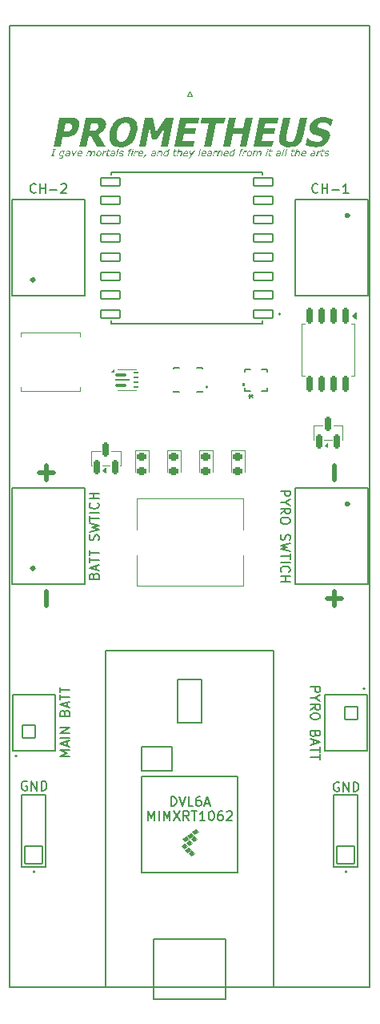
<source format=gto>
G04 #@! TF.GenerationSoftware,KiCad,Pcbnew,9.0.6*
G04 #@! TF.CreationDate,2025-12-24T12:42:27-06:00*
G04 #@! TF.ProjectId,TVC,5456432e-6b69-4636-9164-5f7063625858,rev?*
G04 #@! TF.SameCoordinates,Original*
G04 #@! TF.FileFunction,Legend,Top*
G04 #@! TF.FilePolarity,Positive*
%FSLAX46Y46*%
G04 Gerber Fmt 4.6, Leading zero omitted, Abs format (unit mm)*
G04 Created by KiCad (PCBNEW 9.0.6) date 2025-12-24 12:42:27*
%MOMM*%
%LPD*%
G01*
G04 APERTURE LIST*
G04 Aperture macros list*
%AMRoundRect*
0 Rectangle with rounded corners*
0 $1 Rounding radius*
0 $2 $3 $4 $5 $6 $7 $8 $9 X,Y pos of 4 corners*
0 Add a 4 corners polygon primitive as box body*
4,1,4,$2,$3,$4,$5,$6,$7,$8,$9,$2,$3,0*
0 Add four circle primitives for the rounded corners*
1,1,$1+$1,$2,$3*
1,1,$1+$1,$4,$5*
1,1,$1+$1,$6,$7*
1,1,$1+$1,$8,$9*
0 Add four rect primitives between the rounded corners*
20,1,$1+$1,$2,$3,$4,$5,0*
20,1,$1+$1,$4,$5,$6,$7,0*
20,1,$1+$1,$6,$7,$8,$9,0*
20,1,$1+$1,$8,$9,$2,$3,0*%
G04 Aperture macros list end*
%ADD10C,0.600000*%
%ADD11C,0.187500*%
%ADD12C,0.150000*%
%ADD13C,0.500000*%
%ADD14C,0.200000*%
%ADD15C,0.400000*%
%ADD16C,0.127000*%
%ADD17C,0.120000*%
%ADD18C,0.152400*%
%ADD19C,0.000000*%
%ADD20C,0.100000*%
%ADD21C,0.010000*%
%ADD22C,2.154000*%
%ADD23RoundRect,0.102000X1.000000X0.400000X-1.000000X0.400000X-1.000000X-0.400000X1.000000X-0.400000X0*%
%ADD24RoundRect,0.087500X-0.487500X-0.087500X0.487500X-0.087500X0.487500X0.087500X-0.487500X0.087500X0*%
%ADD25RoundRect,0.050000X-0.675000X-0.050000X0.675000X-0.050000X0.675000X0.050000X-0.675000X0.050000X0*%
%ADD26RoundRect,0.062500X-0.162500X-0.062500X0.162500X-0.062500X0.162500X0.062500X-0.162500X0.062500X0*%
%ADD27R,2.350000X5.100000*%
%ADD28R,0.254000X0.279400*%
%ADD29R,0.279400X0.254000*%
%ADD30R,2.200000X2.200000*%
%ADD31RoundRect,0.150000X0.150000X-0.587500X0.150000X0.587500X-0.150000X0.587500X-0.150000X-0.587500X0*%
%ADD32RoundRect,0.162500X-0.162500X0.650000X-0.162500X-0.650000X0.162500X-0.650000X0.162500X0.650000X0*%
%ADD33C,7.000000*%
%ADD34RoundRect,0.102000X-0.654000X0.654000X-0.654000X-0.654000X0.654000X-0.654000X0.654000X0.654000X0*%
%ADD35C,1.512000*%
%ADD36R,2.290000X5.080000*%
%ADD37R,2.420000X5.080000*%
%ADD38RoundRect,0.218750X-0.256250X0.218750X-0.256250X-0.218750X0.256250X-0.218750X0.256250X0.218750X0*%
%ADD39C,1.600000*%
%ADD40RoundRect,0.102000X0.937500X-0.937500X0.937500X0.937500X-0.937500X0.937500X-0.937500X-0.937500X0*%
%ADD41C,2.079000*%
%ADD42RoundRect,0.102000X0.654000X-0.654000X0.654000X0.654000X-0.654000X0.654000X-0.654000X-0.654000X0*%
G04 #@! TA.AperFunction,Profile*
%ADD43C,0.200000*%
G04 #@! TD*
G04 APERTURE END LIST*
D10*
G36*
X135152260Y-59932005D02*
G01*
X135340243Y-59967026D01*
X135507816Y-60030014D01*
X135648355Y-60119433D01*
X135733813Y-60203619D01*
X135799222Y-60304753D01*
X135845276Y-60425714D01*
X135867685Y-60554144D01*
X135868088Y-60704422D01*
X135842712Y-60881105D01*
X135783136Y-61088757D01*
X135692319Y-61286670D01*
X135573381Y-61465160D01*
X135434948Y-61608154D01*
X135237112Y-61755433D01*
X135128488Y-61817687D01*
X135011614Y-61870105D01*
X134888921Y-61911809D01*
X134756808Y-61943927D01*
X134618543Y-61963582D01*
X134461702Y-61970489D01*
X134068776Y-61970489D01*
X133861597Y-62967000D01*
X133111832Y-62967000D01*
X133438394Y-61396030D01*
X134188211Y-61396030D01*
X134240234Y-61396030D01*
X134441368Y-61394015D01*
X134608430Y-61379909D01*
X134743985Y-61340342D01*
X134861039Y-61274580D01*
X134942997Y-61195621D01*
X134996593Y-61118692D01*
X135034669Y-61029642D01*
X135069134Y-60900155D01*
X135078449Y-60777898D01*
X135054662Y-60680520D01*
X135003397Y-60601371D01*
X134936693Y-60553941D01*
X134838888Y-60516942D01*
X134744168Y-60500452D01*
X134482035Y-60493308D01*
X134375789Y-60493308D01*
X134188211Y-61396030D01*
X133438394Y-61396030D01*
X133745459Y-59918849D01*
X134904086Y-59918849D01*
X135152260Y-59932005D01*
G37*
G36*
X137943873Y-59927499D02*
G01*
X138130473Y-59950722D01*
X138299042Y-60000192D01*
X138443715Y-60082980D01*
X138527839Y-60159340D01*
X138593926Y-60247388D01*
X138643200Y-60348594D01*
X138670197Y-60457509D01*
X138674905Y-60591691D01*
X138652359Y-60757640D01*
X138586969Y-60983882D01*
X138495643Y-61171699D01*
X138379601Y-61326970D01*
X138238147Y-61461647D01*
X138077111Y-61577321D01*
X137894535Y-61674466D01*
X138630011Y-62967000D01*
X137716115Y-62967000D01*
X137115828Y-61853252D01*
X136847099Y-61853252D01*
X136615557Y-62967000D01*
X135869823Y-62967000D01*
X136218318Y-61290517D01*
X136964153Y-61290517D01*
X137178659Y-61290517D01*
X137329598Y-61285360D01*
X137448120Y-61271466D01*
X137555970Y-61241117D01*
X137650536Y-61189583D01*
X137726783Y-61127029D01*
X137785725Y-61054578D01*
X137829415Y-60968016D01*
X137863760Y-60848681D01*
X137874727Y-60739938D01*
X137861012Y-60654142D01*
X137820012Y-60583120D01*
X137743959Y-60527929D01*
X137676734Y-60503699D01*
X137595582Y-60489644D01*
X137382907Y-60481584D01*
X137132314Y-60481584D01*
X136964153Y-61290517D01*
X136218318Y-61290517D01*
X136503450Y-59918849D01*
X137704209Y-59918849D01*
X137943873Y-59927499D01*
G37*
G36*
X141107014Y-59879873D02*
G01*
X141333187Y-59934809D01*
X141521339Y-60021016D01*
X141677796Y-60137303D01*
X141806756Y-60285396D01*
X141902612Y-60455339D01*
X141967725Y-60651029D01*
X142000569Y-60877677D01*
X141997235Y-61141584D01*
X141951653Y-61449885D01*
X141873585Y-61744487D01*
X141770906Y-62004586D01*
X141644841Y-62234060D01*
X141495685Y-62436133D01*
X141322788Y-62613275D01*
X141125014Y-62765830D01*
X140913659Y-62883465D01*
X140686660Y-62967955D01*
X140441281Y-63019626D01*
X140174236Y-63037341D01*
X139901348Y-63017507D01*
X139675062Y-62962071D01*
X139487192Y-62875115D01*
X139331310Y-62757810D01*
X139203188Y-62608329D01*
X139107956Y-62436631D01*
X139043437Y-62240332D01*
X139011017Y-62014521D01*
X139012272Y-61916450D01*
X139789920Y-61916450D01*
X139820091Y-62092232D01*
X139873635Y-62227127D01*
X139955559Y-62337899D01*
X140054435Y-62408660D01*
X140169473Y-62449151D01*
X140295686Y-62462882D01*
X140427085Y-62448686D01*
X140564414Y-62404447D01*
X140693810Y-62331274D01*
X140816656Y-62222914D01*
X140930768Y-62080183D01*
X141029514Y-61912237D01*
X141107342Y-61719395D01*
X141178258Y-61447687D01*
X141217975Y-61183845D01*
X141219657Y-60983320D01*
X141189915Y-60802205D01*
X141137958Y-60668430D01*
X141055892Y-60559275D01*
X140957523Y-60489095D01*
X140843415Y-60448492D01*
X140717371Y-60434690D01*
X140582303Y-60447411D01*
X140456337Y-60485065D01*
X140336936Y-60551187D01*
X140202446Y-60664400D01*
X140094149Y-60797099D01*
X139987391Y-60980206D01*
X139902131Y-61188864D01*
X139832785Y-61449885D01*
X139791688Y-61720178D01*
X139789920Y-61916450D01*
X139012272Y-61916450D01*
X139014361Y-61753271D01*
X139059207Y-61449885D01*
X139136799Y-61156988D01*
X139238959Y-60897709D01*
X139364515Y-60668305D01*
X139513207Y-60465667D01*
X139685690Y-60287411D01*
X139883065Y-60133743D01*
X140094240Y-60015260D01*
X140321304Y-59930153D01*
X140567038Y-59878089D01*
X140834791Y-59860230D01*
X141107014Y-59879873D01*
G37*
G36*
X145199655Y-62967000D02*
G01*
X144453921Y-62967000D01*
X144873957Y-60947050D01*
X144059530Y-62251856D01*
X143548451Y-62251856D01*
X143276426Y-60947050D01*
X142856389Y-62967000D01*
X142150772Y-62967000D01*
X142784399Y-59918849D01*
X143648469Y-59918849D01*
X143997064Y-61424423D01*
X144969395Y-59918849D01*
X145833282Y-59918849D01*
X145199655Y-62967000D01*
G37*
G36*
X145899411Y-62967000D02*
G01*
X146533038Y-59918849D01*
X148551705Y-59918849D01*
X148432270Y-60493308D01*
X147159338Y-60493308D01*
X147047230Y-61032596D01*
X148219779Y-61032596D01*
X148100344Y-61607055D01*
X146927795Y-61607055D01*
X146764580Y-62392540D01*
X148037513Y-62392540D01*
X147918078Y-62967000D01*
X145899411Y-62967000D01*
G37*
G36*
X149054906Y-62967000D02*
G01*
X149569099Y-60493308D01*
X148687077Y-60493308D01*
X148806511Y-59918849D01*
X151320137Y-59918849D01*
X151200702Y-60493308D01*
X150318863Y-60493308D01*
X149804671Y-62967000D01*
X149054906Y-62967000D01*
G37*
G36*
X153571811Y-62967000D02*
G01*
X152821864Y-62967000D01*
X153104514Y-61607055D01*
X152084373Y-61607055D01*
X151801722Y-62967000D01*
X151051958Y-62967000D01*
X151685585Y-59918849D01*
X152435349Y-59918849D01*
X152203807Y-61032596D01*
X153223949Y-61032596D01*
X153455491Y-59918849D01*
X154205438Y-59918849D01*
X153571811Y-62967000D01*
G37*
G36*
X154261309Y-62967000D02*
G01*
X154894936Y-59918849D01*
X156913603Y-59918849D01*
X156794168Y-60493308D01*
X155521236Y-60493308D01*
X155409128Y-61032596D01*
X156581677Y-61032596D01*
X156462242Y-61607055D01*
X155289694Y-61607055D01*
X155126478Y-62392540D01*
X156399411Y-62392540D01*
X156279976Y-62967000D01*
X154261309Y-62967000D01*
G37*
G36*
X158035594Y-63037341D02*
G01*
X157786596Y-63022841D01*
X157582602Y-62982739D01*
X157416165Y-62920998D01*
X157280999Y-62839894D01*
X157172256Y-62739854D01*
X157087629Y-62619011D01*
X157029023Y-62476886D01*
X156997175Y-62308803D01*
X156995405Y-62108794D01*
X157029374Y-61869922D01*
X157434940Y-59918849D01*
X158184704Y-59918849D01*
X157787199Y-61830904D01*
X157758769Y-62045334D01*
X157768415Y-62198420D01*
X157805517Y-62306445D01*
X157855111Y-62371140D01*
X157925698Y-62419290D01*
X158022862Y-62451014D01*
X158155028Y-62462882D01*
X158321370Y-62444883D01*
X158456057Y-62394305D01*
X158566089Y-62312673D01*
X158652036Y-62203115D01*
X158726837Y-62046872D01*
X158787556Y-61830904D01*
X159185062Y-59918849D01*
X159934643Y-59918849D01*
X159529444Y-61867907D01*
X159450757Y-62143752D01*
X159341336Y-62376275D01*
X159202549Y-62571745D01*
X159033570Y-62734725D01*
X158837927Y-62862567D01*
X158610462Y-62956831D01*
X158345393Y-63016313D01*
X158035594Y-63037341D01*
G37*
G36*
X160854217Y-63025618D02*
G01*
X160524307Y-63007368D01*
X160266019Y-62958024D01*
X160028035Y-62880789D01*
X159818872Y-62789862D01*
X159969814Y-62064278D01*
X160037958Y-62064278D01*
X160167940Y-62182451D01*
X160311939Y-62280683D01*
X160471367Y-62359751D01*
X160639966Y-62417538D01*
X160807491Y-62451606D01*
X160975301Y-62462882D01*
X161147675Y-62448777D01*
X161250646Y-62429551D01*
X161326461Y-62404264D01*
X161407155Y-62363126D01*
X161478502Y-62308460D01*
X161533210Y-62238177D01*
X161566429Y-62145611D01*
X161571416Y-62071553D01*
X161554796Y-62010769D01*
X161517153Y-61958948D01*
X161435188Y-61897922D01*
X161328476Y-61854351D01*
X161018715Y-61776316D01*
X160857155Y-61734477D01*
X160713900Y-61686007D01*
X160512049Y-61585676D01*
X160374200Y-61473493D01*
X160286536Y-61349684D01*
X160236451Y-61205190D01*
X160221050Y-61031553D01*
X160246236Y-60820288D01*
X160309943Y-60618245D01*
X160412123Y-60437177D01*
X160555396Y-60273598D01*
X160745407Y-60125845D01*
X160955647Y-60010696D01*
X161180796Y-59928035D01*
X161423465Y-59877528D01*
X161686780Y-59860230D01*
X161950692Y-59874214D01*
X162205369Y-59915735D01*
X162447342Y-59982760D01*
X162646288Y-60065394D01*
X162501208Y-60762952D01*
X162435079Y-60762952D01*
X162282326Y-60634136D01*
X162079523Y-60521518D01*
X161930746Y-60467054D01*
X161774080Y-60434131D01*
X161607829Y-60422966D01*
X161428493Y-60437071D01*
X161252822Y-60491110D01*
X161179868Y-60530626D01*
X161111771Y-60586548D01*
X161058866Y-60654572D01*
X161031171Y-60727964D01*
X161025390Y-60803790D01*
X161040134Y-60864154D01*
X161073853Y-60913711D01*
X161163260Y-60971902D01*
X161361815Y-61037725D01*
X161637321Y-61105503D01*
X161916307Y-61195628D01*
X162097172Y-61286821D01*
X162226461Y-61389852D01*
X162314179Y-61504473D01*
X162366332Y-61638031D01*
X162383698Y-61805087D01*
X162359058Y-62016284D01*
X162292314Y-62232468D01*
X162188031Y-62424362D01*
X162044440Y-62595746D01*
X161856956Y-62748646D01*
X161648365Y-62866667D01*
X161414578Y-62953012D01*
X161151497Y-63006841D01*
X160854217Y-63025618D01*
G37*
D11*
G36*
X133172244Y-64007500D02*
G01*
X132869948Y-64007500D01*
X132886892Y-63934227D01*
X132986772Y-63934227D01*
X133129196Y-63318735D01*
X133029316Y-63318735D01*
X133046215Y-63245462D01*
X133348465Y-63245462D01*
X133331567Y-63318735D01*
X133231686Y-63318735D01*
X133089262Y-63934227D01*
X133189142Y-63934227D01*
X133172244Y-64007500D01*
G37*
G36*
X134090797Y-63424126D02*
G01*
X134130928Y-63431987D01*
X134167851Y-63444751D01*
X134198339Y-63460563D01*
X134210108Y-63435971D01*
X134300279Y-63435971D01*
X134184005Y-63944347D01*
X134162589Y-64017190D01*
X134136609Y-64075439D01*
X134106697Y-64121428D01*
X134073088Y-64157068D01*
X134033004Y-64185279D01*
X133985007Y-64206244D01*
X133927544Y-64219611D01*
X133858673Y-64224387D01*
X133814572Y-64222772D01*
X133769784Y-64217884D01*
X133725998Y-64210122D01*
X133687535Y-64200436D01*
X133709563Y-64107151D01*
X133714692Y-64107151D01*
X133746046Y-64118557D01*
X133792041Y-64130918D01*
X133840185Y-64139578D01*
X133883769Y-64142322D01*
X133930318Y-64138882D01*
X133966476Y-64129545D01*
X133998092Y-64114191D01*
X134022575Y-64094969D01*
X134042022Y-64071484D01*
X134057655Y-64044228D01*
X134069600Y-64014224D01*
X134078950Y-63979747D01*
X134090765Y-63929510D01*
X134039877Y-63961193D01*
X133999540Y-63981533D01*
X133956948Y-63994001D01*
X133898607Y-63998707D01*
X133857387Y-63995226D01*
X133822613Y-63985383D01*
X133793091Y-63969651D01*
X133767952Y-63947920D01*
X133748175Y-63921360D01*
X133733515Y-63889410D01*
X133724171Y-63850987D01*
X133720829Y-63804717D01*
X133721904Y-63785300D01*
X133821258Y-63785300D01*
X133824731Y-63824373D01*
X133834218Y-63854642D01*
X133848919Y-63878036D01*
X133869638Y-63895409D01*
X133898284Y-63906613D01*
X133937533Y-63910779D01*
X133979799Y-63906446D01*
X134023629Y-63893011D01*
X134066485Y-63873112D01*
X134109175Y-63848314D01*
X134180387Y-63538920D01*
X134147040Y-63523959D01*
X134113022Y-63512770D01*
X134078196Y-63505722D01*
X134043092Y-63503382D01*
X134010218Y-63505961D01*
X133979893Y-63513521D01*
X133951638Y-63526005D01*
X133913561Y-63552744D01*
X133880701Y-63588745D01*
X133856092Y-63629258D01*
X133836874Y-63679420D01*
X133825118Y-63732727D01*
X133821258Y-63785300D01*
X133721904Y-63785300D01*
X133723539Y-63755761D01*
X133731632Y-63707955D01*
X133745146Y-63661010D01*
X133763745Y-63615807D01*
X133786378Y-63574666D01*
X133813061Y-63537225D01*
X133843355Y-63504425D01*
X133877314Y-63476420D01*
X133915231Y-63452961D01*
X133956011Y-63435370D01*
X133998447Y-63424857D01*
X134043092Y-63421317D01*
X134090797Y-63424126D01*
G37*
G36*
X134757315Y-63425773D02*
G01*
X134809152Y-63437505D01*
X134846345Y-63454656D01*
X134869439Y-63473491D01*
X134885814Y-63496683D01*
X134896014Y-63525095D01*
X134899651Y-63560169D01*
X134897316Y-63589661D01*
X134891958Y-63619108D01*
X134802290Y-64007500D01*
X134706486Y-64007500D01*
X134720820Y-63946454D01*
X134683176Y-63969856D01*
X134634770Y-63995730D01*
X134607623Y-64006213D01*
X134576335Y-64014827D01*
X134542781Y-64020206D01*
X134502055Y-64022154D01*
X134458180Y-64017462D01*
X134421827Y-64004159D01*
X134391367Y-63982541D01*
X134367949Y-63953728D01*
X134353808Y-63919722D01*
X134348869Y-63878951D01*
X134350446Y-63859351D01*
X134450855Y-63859351D01*
X134453832Y-63882418D01*
X134462201Y-63900587D01*
X134475951Y-63915038D01*
X134493794Y-63924943D01*
X134518970Y-63931669D01*
X134553804Y-63934227D01*
X134600168Y-63929259D01*
X134648829Y-63913756D01*
X134695841Y-63891061D01*
X134739275Y-63864388D01*
X134776690Y-63705615D01*
X134699989Y-63710293D01*
X134636556Y-63717522D01*
X134578268Y-63728927D01*
X134535394Y-63743030D01*
X134498005Y-63763356D01*
X134472379Y-63788322D01*
X134460662Y-63808361D01*
X134453406Y-63831765D01*
X134450855Y-63859351D01*
X134350446Y-63859351D01*
X134352449Y-63834465D01*
X134362597Y-63796605D01*
X134378819Y-63764188D01*
X134401347Y-63735603D01*
X134430650Y-63710137D01*
X134467754Y-63687709D01*
X134507190Y-63670713D01*
X134553406Y-63656530D01*
X134607339Y-63645532D01*
X134691915Y-63635226D01*
X134793589Y-63629412D01*
X134798718Y-63604224D01*
X134800779Y-63582105D01*
X134798145Y-63558688D01*
X134791024Y-63541530D01*
X134779419Y-63527631D01*
X134763364Y-63516571D01*
X134744433Y-63508860D01*
X134721598Y-63503840D01*
X134669117Y-63500451D01*
X134624334Y-63503868D01*
X134569695Y-63515198D01*
X134516686Y-63530662D01*
X134479019Y-63544415D01*
X134473890Y-63544415D01*
X134492850Y-63448382D01*
X134578396Y-63431025D01*
X134634295Y-63423683D01*
X134686519Y-63421317D01*
X134757315Y-63425773D01*
G37*
G36*
X135607650Y-63435971D02*
G01*
X135243896Y-64007500D01*
X135148092Y-64007500D01*
X135050227Y-63435971D01*
X135148596Y-63435971D01*
X135220815Y-63890858D01*
X135501588Y-63435971D01*
X135607650Y-63435971D01*
G37*
G36*
X136018200Y-63424792D02*
G01*
X136058350Y-63434459D01*
X136091345Y-63449539D01*
X136118408Y-63469768D01*
X136140448Y-63495551D01*
X136156489Y-63526132D01*
X136166576Y-63562471D01*
X136170157Y-63605873D01*
X136165806Y-63654599D01*
X136151701Y-63731994D01*
X135730062Y-63731994D01*
X135725711Y-63761257D01*
X135724429Y-63787956D01*
X135729701Y-63834332D01*
X135744504Y-63871557D01*
X135768484Y-63901712D01*
X135800250Y-63923813D01*
X135841055Y-63937896D01*
X135893506Y-63943019D01*
X135949782Y-63937569D01*
X136009506Y-63920534D01*
X136066100Y-63895713D01*
X136109707Y-63869747D01*
X136115340Y-63869747D01*
X136094319Y-63973931D01*
X136048203Y-63990876D01*
X135995996Y-64006263D01*
X135939622Y-64018032D01*
X135878165Y-64022154D01*
X135818391Y-64018186D01*
X135768412Y-64007081D01*
X135726602Y-63989693D01*
X135691639Y-63966375D01*
X135662775Y-63936207D01*
X135641873Y-63899874D01*
X135628728Y-63856111D01*
X135624045Y-63803114D01*
X135628180Y-63740881D01*
X135640256Y-63683498D01*
X135648366Y-63661652D01*
X135743892Y-63661652D01*
X136070781Y-63661652D01*
X136074353Y-63636510D01*
X136075406Y-63613933D01*
X136071745Y-63578538D01*
X136061580Y-63550542D01*
X136045410Y-63528295D01*
X136023380Y-63512178D01*
X135992378Y-63501531D01*
X135949377Y-63497520D01*
X135902442Y-63502592D01*
X135859759Y-63517530D01*
X135820233Y-63542675D01*
X135786874Y-63575722D01*
X135761535Y-63615030D01*
X135743892Y-63661652D01*
X135648366Y-63661652D01*
X135660035Y-63630221D01*
X135687613Y-63580429D01*
X135723421Y-63533653D01*
X135765898Y-63492521D01*
X135811158Y-63461366D01*
X135859653Y-63439291D01*
X135912081Y-63425898D01*
X135969343Y-63421317D01*
X136018200Y-63424792D01*
G37*
G36*
X137531612Y-63563283D02*
G01*
X137529277Y-63599049D01*
X137522407Y-63637288D01*
X137436312Y-64007500D01*
X137340004Y-64007500D01*
X137415337Y-63682809D01*
X137425321Y-63632755D01*
X137429168Y-63589890D01*
X137426744Y-63564738D01*
X137420099Y-63545257D01*
X137409705Y-63530173D01*
X137395070Y-63519609D01*
X137371553Y-63512185D01*
X137335424Y-63509244D01*
X137294972Y-63514558D01*
X137249832Y-63531730D01*
X137205257Y-63555874D01*
X137160165Y-63584303D01*
X137156822Y-63613383D01*
X137151464Y-63642509D01*
X137066925Y-64007500D01*
X136970617Y-64007500D01*
X137045951Y-63682809D01*
X137056667Y-63631014D01*
X137060788Y-63589890D01*
X137057437Y-63560154D01*
X137048633Y-63539864D01*
X137035143Y-63526372D01*
X137006606Y-63513921D01*
X136965992Y-63509244D01*
X136934744Y-63512851D01*
X136897344Y-63524815D01*
X136857006Y-63544723D01*
X136796411Y-63581967D01*
X136697538Y-64007500D01*
X136601230Y-64007500D01*
X136733396Y-63435971D01*
X136829704Y-63435971D01*
X136814866Y-63499398D01*
X136868440Y-63465298D01*
X136914518Y-63441696D01*
X136961511Y-63426424D01*
X137011054Y-63421317D01*
X137048963Y-63424338D01*
X137079856Y-63432741D01*
X137105073Y-63445909D01*
X137126441Y-63464396D01*
X137142289Y-63486877D01*
X137152975Y-63514053D01*
X137220080Y-63470023D01*
X137274379Y-63443115D01*
X137328491Y-63426627D01*
X137380487Y-63421317D01*
X137429315Y-63426032D01*
X137466107Y-63438813D01*
X137493694Y-63458594D01*
X137514159Y-63485685D01*
X137526991Y-63519888D01*
X137531612Y-63563283D01*
G37*
G36*
X138018496Y-63425165D02*
G01*
X138060252Y-63436068D01*
X138096005Y-63453468D01*
X138126725Y-63477370D01*
X138151399Y-63507081D01*
X138169535Y-63542923D01*
X138181046Y-63586151D01*
X138185160Y-63638433D01*
X138182510Y-63688995D01*
X138174638Y-63737822D01*
X138161576Y-63785208D01*
X138143383Y-63830744D01*
X138121177Y-63871339D01*
X138094989Y-63907482D01*
X138063363Y-63941226D01*
X138029101Y-63969210D01*
X137991995Y-63991837D01*
X137952025Y-64008329D01*
X137906927Y-64018579D01*
X137855753Y-64022154D01*
X137805136Y-64018137D01*
X137762666Y-64006826D01*
X137726876Y-63988877D01*
X137696659Y-63964314D01*
X137672414Y-63933817D01*
X137654686Y-63897802D01*
X137643516Y-63855184D01*
X137639552Y-63804534D01*
X137639960Y-63796703D01*
X137739432Y-63796703D01*
X137743728Y-63842584D01*
X137755468Y-63877962D01*
X137773733Y-63905192D01*
X137798940Y-63925698D01*
X137830733Y-63938445D01*
X137871095Y-63943019D01*
X137903236Y-63940340D01*
X137932785Y-63932484D01*
X137960259Y-63919480D01*
X137996927Y-63891682D01*
X138028402Y-63853993D01*
X138052488Y-63810553D01*
X138070672Y-63759334D01*
X138081563Y-63704581D01*
X138085280Y-63645761D01*
X138080933Y-63599203D01*
X138069143Y-63563924D01*
X138050934Y-63537317D01*
X138025842Y-63517353D01*
X137994220Y-63504917D01*
X137954122Y-63500451D01*
X137921667Y-63503177D01*
X137892133Y-63511138D01*
X137864958Y-63524265D01*
X137828587Y-63552089D01*
X137796814Y-63589478D01*
X137772713Y-63632553D01*
X137754270Y-63684137D01*
X137743175Y-63739138D01*
X137739432Y-63796703D01*
X137639960Y-63796703D01*
X137642185Y-63753972D01*
X137649977Y-63705501D01*
X137662862Y-63658812D01*
X137680889Y-63613909D01*
X137703328Y-63572922D01*
X137730228Y-63535485D01*
X137760622Y-63503246D01*
X137795252Y-63475620D01*
X137834504Y-63452412D01*
X137876610Y-63435240D01*
X137921396Y-63424851D01*
X137969463Y-63421317D01*
X138018496Y-63425165D01*
G37*
G36*
X138721518Y-63532691D02*
G01*
X138716389Y-63532691D01*
X138678241Y-63526005D01*
X138635422Y-63523899D01*
X138587952Y-63529273D01*
X138539893Y-63545835D01*
X138493536Y-63569751D01*
X138448943Y-63597904D01*
X138356710Y-64007500D01*
X138259395Y-64007500D01*
X138390004Y-63435971D01*
X138487365Y-63435971D01*
X138467902Y-63520510D01*
X138534551Y-63478059D01*
X138583444Y-63454427D01*
X138630760Y-63440408D01*
X138674394Y-63435971D01*
X138710756Y-63437208D01*
X138743545Y-63441833D01*
X138721518Y-63532691D01*
G37*
G36*
X139136425Y-63435971D02*
G01*
X139119023Y-63512175D01*
X138920225Y-63512175D01*
X138858721Y-63779850D01*
X138849470Y-63826332D01*
X138845395Y-63868189D01*
X138847805Y-63892757D01*
X138854311Y-63911044D01*
X138864354Y-63924564D01*
X138878382Y-63933861D01*
X138900664Y-63940424D01*
X138934559Y-63943019D01*
X138956376Y-63941468D01*
X138984476Y-63936196D01*
X139023677Y-63925434D01*
X139028806Y-63925434D01*
X139010854Y-64006217D01*
X138949625Y-64017666D01*
X138892014Y-64022154D01*
X138845813Y-64018212D01*
X138810105Y-64007473D01*
X138782609Y-63990922D01*
X138761958Y-63967383D01*
X138748807Y-63935340D01*
X138743957Y-63891957D01*
X138746247Y-63859168D01*
X138752659Y-63822211D01*
X138823871Y-63512175D01*
X138758795Y-63512175D01*
X138776243Y-63435971D01*
X138841319Y-63435971D01*
X138879741Y-63271840D01*
X138976049Y-63271840D01*
X138937627Y-63435971D01*
X139136425Y-63435971D01*
G37*
G36*
X139520050Y-63425773D02*
G01*
X139571887Y-63437505D01*
X139609081Y-63454656D01*
X139632174Y-63473491D01*
X139648550Y-63496683D01*
X139658750Y-63525095D01*
X139662387Y-63560169D01*
X139660051Y-63589661D01*
X139654693Y-63619108D01*
X139565026Y-64007500D01*
X139469221Y-64007500D01*
X139483555Y-63946454D01*
X139445911Y-63969856D01*
X139397506Y-63995730D01*
X139370358Y-64006213D01*
X139339070Y-64014827D01*
X139305516Y-64020206D01*
X139264790Y-64022154D01*
X139220915Y-64017462D01*
X139184562Y-64004159D01*
X139154102Y-63982541D01*
X139130684Y-63953728D01*
X139116544Y-63919722D01*
X139111604Y-63878951D01*
X139113181Y-63859351D01*
X139213591Y-63859351D01*
X139216568Y-63882418D01*
X139224937Y-63900587D01*
X139238687Y-63915038D01*
X139256530Y-63924943D01*
X139281705Y-63931669D01*
X139316539Y-63934227D01*
X139362903Y-63929259D01*
X139411565Y-63913756D01*
X139458577Y-63891061D01*
X139502011Y-63864388D01*
X139539426Y-63705615D01*
X139462724Y-63710293D01*
X139399292Y-63717522D01*
X139341003Y-63728927D01*
X139298129Y-63743030D01*
X139260740Y-63763356D01*
X139235115Y-63788322D01*
X139223398Y-63808361D01*
X139216142Y-63831765D01*
X139213591Y-63859351D01*
X139113181Y-63859351D01*
X139115184Y-63834465D01*
X139125333Y-63796605D01*
X139141554Y-63764188D01*
X139164082Y-63735603D01*
X139193386Y-63710137D01*
X139230489Y-63687709D01*
X139269926Y-63670713D01*
X139316142Y-63656530D01*
X139370074Y-63645532D01*
X139454651Y-63635226D01*
X139556324Y-63629412D01*
X139561454Y-63604224D01*
X139563514Y-63582105D01*
X139560880Y-63558688D01*
X139553760Y-63541530D01*
X139542155Y-63527631D01*
X139526099Y-63516571D01*
X139507169Y-63508860D01*
X139484334Y-63503840D01*
X139431852Y-63500451D01*
X139387069Y-63503868D01*
X139332430Y-63515198D01*
X139279422Y-63530662D01*
X139241755Y-63544415D01*
X139236626Y-63544415D01*
X139255585Y-63448382D01*
X139341131Y-63431025D01*
X139397030Y-63423683D01*
X139449255Y-63421317D01*
X139520050Y-63425773D01*
G37*
G36*
X140032277Y-63210291D02*
G01*
X139847813Y-64007500D01*
X139751505Y-64007500D01*
X139935924Y-63210291D01*
X140032277Y-63210291D01*
G37*
G36*
X140217246Y-64022154D02*
G01*
X140155181Y-64018009D01*
X140102711Y-64006355D01*
X140054647Y-63989194D01*
X140018447Y-63972191D01*
X140039971Y-63869747D01*
X140045100Y-63869747D01*
X140072990Y-63891774D01*
X140116816Y-63916916D01*
X140141988Y-63927746D01*
X140171908Y-63937387D01*
X140203615Y-63943759D01*
X140238266Y-63945950D01*
X140285831Y-63942498D01*
X140322848Y-63933121D01*
X140351472Y-63918839D01*
X140374186Y-63897970D01*
X140387704Y-63871916D01*
X140392459Y-63838972D01*
X140390031Y-63821934D01*
X140383099Y-63808275D01*
X140371439Y-63797161D01*
X140347673Y-63784627D01*
X140310989Y-63773301D01*
X140263087Y-63763043D01*
X140206484Y-63749716D01*
X140167776Y-63735744D01*
X140138854Y-63719299D01*
X140117824Y-63700715D01*
X140101986Y-63677922D01*
X140092449Y-63652128D01*
X140089156Y-63622451D01*
X140093534Y-63583588D01*
X140106558Y-63547529D01*
X140127758Y-63514626D01*
X140158307Y-63483415D01*
X140194404Y-63458975D01*
X140241792Y-63438536D01*
X140294325Y-63425780D01*
X140354541Y-63421317D01*
X140405561Y-63424514D01*
X140456756Y-63434185D01*
X140504908Y-63449316D01*
X140540013Y-63466105D01*
X140519496Y-63564931D01*
X140514413Y-63564931D01*
X140489546Y-63546338D01*
X140447277Y-63522479D01*
X140395757Y-63504985D01*
X140365899Y-63499406D01*
X140334574Y-63497520D01*
X140292631Y-63500889D01*
X140258444Y-63510258D01*
X140230526Y-63524952D01*
X140208123Y-63545729D01*
X140195081Y-63570266D01*
X140190593Y-63599873D01*
X140195442Y-63623375D01*
X140210056Y-63642738D01*
X140232853Y-63657228D01*
X140269498Y-63669666D01*
X140321980Y-63681206D01*
X140375011Y-63692747D01*
X140413438Y-63705360D01*
X140442659Y-63720885D01*
X140464404Y-63738954D01*
X140480945Y-63761353D01*
X140490932Y-63787181D01*
X140494400Y-63817448D01*
X140489789Y-63856214D01*
X140475670Y-63894659D01*
X140453034Y-63929591D01*
X140421631Y-63960055D01*
X140382251Y-63985681D01*
X140333520Y-64005759D01*
X140279844Y-64017875D01*
X140217246Y-64022154D01*
G37*
G36*
X141419333Y-63298218D02*
G01*
X141414203Y-63298218D01*
X141374728Y-63288281D01*
X141330672Y-63283564D01*
X141289911Y-63287642D01*
X141259198Y-63298718D01*
X141236150Y-63315941D01*
X141218180Y-63339307D01*
X141202225Y-63371910D01*
X141188798Y-63416142D01*
X141184173Y-63435971D01*
X141357829Y-63435971D01*
X141339374Y-63512175D01*
X141168785Y-63512175D01*
X141057090Y-64007500D01*
X140959774Y-64007500D01*
X141071470Y-63512175D01*
X141006394Y-63512175D01*
X141024850Y-63435971D01*
X141089880Y-63435971D01*
X141094001Y-63416875D01*
X141107783Y-63367009D01*
X141126243Y-63324945D01*
X141149070Y-63289598D01*
X141176250Y-63260116D01*
X141208341Y-63236182D01*
X141244716Y-63218899D01*
X141286180Y-63208177D01*
X141333787Y-63204429D01*
X141392130Y-63207497D01*
X141439299Y-63214550D01*
X141419333Y-63298218D01*
G37*
G36*
X141602927Y-63239600D02*
G01*
X141579892Y-63339251D01*
X141471265Y-63339251D01*
X141494300Y-63239600D01*
X141602927Y-63239600D01*
G37*
G36*
X141551727Y-63435971D02*
G01*
X141419516Y-64007500D01*
X141323208Y-64007500D01*
X141455374Y-63435971D01*
X141551727Y-63435971D01*
G37*
G36*
X142072285Y-63532691D02*
G01*
X142067156Y-63532691D01*
X142029009Y-63526005D01*
X141986190Y-63523899D01*
X141938720Y-63529273D01*
X141890660Y-63545835D01*
X141844304Y-63569751D01*
X141799710Y-63597904D01*
X141707478Y-64007500D01*
X141610163Y-64007500D01*
X141740771Y-63435971D01*
X141838133Y-63435971D01*
X141818670Y-63520510D01*
X141885318Y-63478059D01*
X141934212Y-63454427D01*
X141981528Y-63440408D01*
X142025162Y-63435971D01*
X142061523Y-63437208D01*
X142094313Y-63441833D01*
X142072285Y-63532691D01*
G37*
G36*
X142468409Y-63424792D02*
G01*
X142508560Y-63434459D01*
X142541554Y-63449539D01*
X142568617Y-63469768D01*
X142590658Y-63495551D01*
X142606698Y-63526132D01*
X142616785Y-63562471D01*
X142620366Y-63605873D01*
X142616016Y-63654599D01*
X142601911Y-63731994D01*
X142180271Y-63731994D01*
X142175921Y-63761257D01*
X142174638Y-63787956D01*
X142179910Y-63834332D01*
X142194714Y-63871557D01*
X142218694Y-63901712D01*
X142250460Y-63923813D01*
X142291265Y-63937896D01*
X142343715Y-63943019D01*
X142399992Y-63937569D01*
X142459716Y-63920534D01*
X142516310Y-63895713D01*
X142559916Y-63869747D01*
X142565549Y-63869747D01*
X142544529Y-63973931D01*
X142498413Y-63990876D01*
X142446206Y-64006263D01*
X142389832Y-64018032D01*
X142328374Y-64022154D01*
X142268600Y-64018186D01*
X142218621Y-64007081D01*
X142176811Y-63989693D01*
X142141849Y-63966375D01*
X142112984Y-63936207D01*
X142092082Y-63899874D01*
X142078937Y-63856111D01*
X142074255Y-63803114D01*
X142078389Y-63740881D01*
X142090466Y-63683498D01*
X142098576Y-63661652D01*
X142194101Y-63661652D01*
X142520990Y-63661652D01*
X142524562Y-63636510D01*
X142525615Y-63613933D01*
X142521954Y-63578538D01*
X142511790Y-63550542D01*
X142495619Y-63528295D01*
X142473589Y-63512178D01*
X142442587Y-63501531D01*
X142399586Y-63497520D01*
X142352651Y-63502592D01*
X142309968Y-63517530D01*
X142270443Y-63542675D01*
X142237083Y-63575722D01*
X142211744Y-63615030D01*
X142194101Y-63661652D01*
X142098576Y-63661652D01*
X142110244Y-63630221D01*
X142137823Y-63580429D01*
X142173631Y-63533653D01*
X142216108Y-63492521D01*
X142261368Y-63461366D01*
X142309862Y-63439291D01*
X142362290Y-63425898D01*
X142419553Y-63421317D01*
X142468409Y-63424792D01*
G37*
G36*
X142921106Y-63860954D02*
G01*
X142698722Y-64198009D01*
X142623938Y-64198009D01*
X142789947Y-63860954D01*
X142921106Y-63860954D01*
G37*
G36*
X143832890Y-63425773D02*
G01*
X143884727Y-63437505D01*
X143921921Y-63454656D01*
X143945014Y-63473491D01*
X143961390Y-63496683D01*
X143971590Y-63525095D01*
X143975227Y-63560169D01*
X143972892Y-63589661D01*
X143967533Y-63619108D01*
X143877866Y-64007500D01*
X143782062Y-64007500D01*
X143796396Y-63946454D01*
X143758752Y-63969856D01*
X143710346Y-63995730D01*
X143683199Y-64006213D01*
X143651911Y-64014827D01*
X143618357Y-64020206D01*
X143577630Y-64022154D01*
X143533756Y-64017462D01*
X143497402Y-64004159D01*
X143466942Y-63982541D01*
X143443525Y-63953728D01*
X143429384Y-63919722D01*
X143424444Y-63878951D01*
X143426022Y-63859351D01*
X143526431Y-63859351D01*
X143529408Y-63882418D01*
X143537777Y-63900587D01*
X143551527Y-63915038D01*
X143569370Y-63924943D01*
X143594546Y-63931669D01*
X143629379Y-63934227D01*
X143675743Y-63929259D01*
X143724405Y-63913756D01*
X143771417Y-63891061D01*
X143814851Y-63864388D01*
X143852266Y-63705615D01*
X143775564Y-63710293D01*
X143712132Y-63717522D01*
X143653844Y-63728927D01*
X143610969Y-63743030D01*
X143573580Y-63763356D01*
X143547955Y-63788322D01*
X143536238Y-63808361D01*
X143528982Y-63831765D01*
X143526431Y-63859351D01*
X143426022Y-63859351D01*
X143428025Y-63834465D01*
X143438173Y-63796605D01*
X143454395Y-63764188D01*
X143476922Y-63735603D01*
X143506226Y-63710137D01*
X143543329Y-63687709D01*
X143582766Y-63670713D01*
X143628982Y-63656530D01*
X143682914Y-63645532D01*
X143767491Y-63635226D01*
X143869165Y-63629412D01*
X143874294Y-63604224D01*
X143876355Y-63582105D01*
X143873721Y-63558688D01*
X143866600Y-63541530D01*
X143854995Y-63527631D01*
X143838940Y-63516571D01*
X143820009Y-63508860D01*
X143797174Y-63503840D01*
X143744692Y-63500451D01*
X143699910Y-63503868D01*
X143645270Y-63515198D01*
X143592262Y-63530662D01*
X143554595Y-63544415D01*
X143549466Y-63544415D01*
X143568425Y-63448382D01*
X143653971Y-63431025D01*
X143709870Y-63423683D01*
X143762095Y-63421317D01*
X143832890Y-63425773D01*
G37*
G36*
X144636606Y-63567359D02*
G01*
X144634271Y-63600560D01*
X144627905Y-63637288D01*
X144541855Y-64007500D01*
X144445501Y-64007500D01*
X144520835Y-63682809D01*
X144530315Y-63635594D01*
X144533658Y-63595523D01*
X144530968Y-63567728D01*
X144523671Y-63546736D01*
X144512363Y-63530951D01*
X144496584Y-63519898D01*
X144472188Y-63512239D01*
X144435793Y-63509244D01*
X144396426Y-63514221D01*
X144349972Y-63530676D01*
X144303882Y-63554103D01*
X144258518Y-63582013D01*
X144159646Y-64007500D01*
X144063338Y-64007500D01*
X144195504Y-63435971D01*
X144291812Y-63435971D01*
X144276974Y-63499398D01*
X144331786Y-63464709D01*
X144379693Y-63441192D01*
X144428430Y-63426258D01*
X144478291Y-63421317D01*
X144526830Y-63425961D01*
X144564916Y-63438762D01*
X144594841Y-63458869D01*
X144617399Y-63486480D01*
X144631510Y-63521854D01*
X144636606Y-63567359D01*
G37*
G36*
X145191328Y-64007500D02*
G01*
X145095020Y-64007500D01*
X145108850Y-63947553D01*
X145045997Y-63987046D01*
X145004070Y-64007133D01*
X144963131Y-64018312D01*
X144917745Y-64022154D01*
X144877930Y-64018708D01*
X144843945Y-64008905D01*
X144814703Y-63993127D01*
X144789426Y-63971184D01*
X144769704Y-63944562D01*
X144754946Y-63911876D01*
X144745450Y-63871854D01*
X144742028Y-63822898D01*
X144742935Y-63805953D01*
X144842961Y-63805953D01*
X144846390Y-63846729D01*
X144855664Y-63877772D01*
X144869843Y-63901254D01*
X144890133Y-63918755D01*
X144918354Y-63930030D01*
X144957221Y-63934227D01*
X144999892Y-63929059D01*
X145045057Y-63912794D01*
X145088595Y-63890051D01*
X145127809Y-63865762D01*
X145203647Y-63538141D01*
X145169084Y-63522396D01*
X145136235Y-63511809D01*
X145102528Y-63505537D01*
X145065848Y-63503382D01*
X145031039Y-63506318D01*
X144999559Y-63514868D01*
X144970776Y-63528936D01*
X144932447Y-63558836D01*
X144899335Y-63598958D01*
X144875806Y-63642301D01*
X144857570Y-63696090D01*
X144846527Y-63752554D01*
X144842961Y-63805953D01*
X144742935Y-63805953D01*
X144744931Y-63768637D01*
X144753500Y-63717043D01*
X144767627Y-63667742D01*
X144787119Y-63620259D01*
X144810367Y-63577683D01*
X144837328Y-63539561D01*
X144868356Y-63505499D01*
X144902591Y-63476822D01*
X144940276Y-63453190D01*
X144980875Y-63435424D01*
X145022721Y-63424860D01*
X145066352Y-63421317D01*
X145110907Y-63423842D01*
X145150386Y-63431071D01*
X145187649Y-63443245D01*
X145222102Y-63460151D01*
X145279484Y-63210291D01*
X145375792Y-63210291D01*
X145191328Y-64007500D01*
G37*
G36*
X146178679Y-63435971D02*
G01*
X146161277Y-63512175D01*
X145962479Y-63512175D01*
X145900975Y-63779850D01*
X145891724Y-63826332D01*
X145887649Y-63868189D01*
X145890059Y-63892757D01*
X145896565Y-63911044D01*
X145906608Y-63924564D01*
X145920636Y-63933861D01*
X145942918Y-63940424D01*
X145976813Y-63943019D01*
X145998630Y-63941468D01*
X146026730Y-63936196D01*
X146065931Y-63925434D01*
X146071060Y-63925434D01*
X146053108Y-64006217D01*
X145991879Y-64017666D01*
X145934268Y-64022154D01*
X145888067Y-64018212D01*
X145852359Y-64007473D01*
X145824863Y-63990922D01*
X145804212Y-63967383D01*
X145791061Y-63935340D01*
X145786212Y-63891957D01*
X145788501Y-63859168D01*
X145794913Y-63822211D01*
X145866125Y-63512175D01*
X145801049Y-63512175D01*
X145818497Y-63435971D01*
X145883573Y-63435971D01*
X145921995Y-63271840D01*
X146018303Y-63271840D01*
X145979881Y-63435971D01*
X146178679Y-63435971D01*
G37*
G36*
X146735873Y-63567359D02*
G01*
X146733538Y-63600560D01*
X146727172Y-63637288D01*
X146641123Y-64007500D01*
X146544769Y-64007500D01*
X146620102Y-63682809D01*
X146629582Y-63635594D01*
X146632925Y-63595523D01*
X146630236Y-63567728D01*
X146622938Y-63546736D01*
X146611630Y-63530951D01*
X146595851Y-63519898D01*
X146571455Y-63512239D01*
X146535060Y-63509244D01*
X146495694Y-63514221D01*
X146449239Y-63530676D01*
X146403157Y-63554133D01*
X146357786Y-63582151D01*
X146258913Y-64007500D01*
X146162605Y-64007500D01*
X146346520Y-63210291D01*
X146442828Y-63210291D01*
X146376241Y-63501001D01*
X146431045Y-63465876D01*
X146478961Y-63441833D01*
X146527726Y-63426412D01*
X146577558Y-63421317D01*
X146626097Y-63425961D01*
X146664183Y-63438762D01*
X146694108Y-63458869D01*
X146716666Y-63486480D01*
X146730778Y-63521854D01*
X146735873Y-63567359D01*
G37*
G36*
X147237006Y-63424792D02*
G01*
X147277157Y-63434459D01*
X147310152Y-63449539D01*
X147337215Y-63469768D01*
X147359255Y-63495551D01*
X147375295Y-63526132D01*
X147385383Y-63562471D01*
X147388964Y-63605873D01*
X147384613Y-63654599D01*
X147370508Y-63731994D01*
X146948869Y-63731994D01*
X146944518Y-63761257D01*
X146943236Y-63787956D01*
X146948508Y-63834332D01*
X146963311Y-63871557D01*
X146987291Y-63901712D01*
X147019057Y-63923813D01*
X147059862Y-63937896D01*
X147112313Y-63943019D01*
X147168589Y-63937569D01*
X147228313Y-63920534D01*
X147284907Y-63895713D01*
X147328513Y-63869747D01*
X147334146Y-63869747D01*
X147313126Y-63973931D01*
X147267010Y-63990876D01*
X147214803Y-64006263D01*
X147158429Y-64018032D01*
X147096971Y-64022154D01*
X147037198Y-64018186D01*
X146987218Y-64007081D01*
X146945409Y-63989693D01*
X146910446Y-63966375D01*
X146881582Y-63936207D01*
X146860679Y-63899874D01*
X146847535Y-63856111D01*
X146842852Y-63803114D01*
X146846986Y-63740881D01*
X146859063Y-63683498D01*
X146867173Y-63661652D01*
X146962699Y-63661652D01*
X147289587Y-63661652D01*
X147293159Y-63636510D01*
X147294213Y-63613933D01*
X147290551Y-63578538D01*
X147280387Y-63550542D01*
X147264217Y-63528295D01*
X147242186Y-63512178D01*
X147211184Y-63501531D01*
X147168183Y-63497520D01*
X147121249Y-63502592D01*
X147078565Y-63517530D01*
X147039040Y-63542675D01*
X147005681Y-63575722D01*
X146980342Y-63615030D01*
X146962699Y-63661652D01*
X146867173Y-63661652D01*
X146878842Y-63630221D01*
X146906420Y-63580429D01*
X146942228Y-63533653D01*
X146984705Y-63492521D01*
X147029965Y-63461366D01*
X147078460Y-63439291D01*
X147130888Y-63425898D01*
X147188150Y-63421317D01*
X147237006Y-63424792D01*
G37*
G36*
X147554927Y-64218525D02*
G01*
X147448910Y-64218525D01*
X147615423Y-63974252D01*
X147511925Y-63435971D01*
X147610797Y-63435971D01*
X147691764Y-63861183D01*
X147965346Y-63435971D01*
X148070355Y-63435971D01*
X147554927Y-64218525D01*
G37*
G36*
X148721705Y-63210291D02*
G01*
X148537241Y-64007500D01*
X148440933Y-64007500D01*
X148625351Y-63210291D01*
X148721705Y-63210291D01*
G37*
G36*
X149138437Y-63424792D02*
G01*
X149178588Y-63434459D01*
X149211582Y-63449539D01*
X149238645Y-63469768D01*
X149260686Y-63495551D01*
X149276726Y-63526132D01*
X149286813Y-63562471D01*
X149290394Y-63605873D01*
X149286044Y-63654599D01*
X149271939Y-63731994D01*
X148850299Y-63731994D01*
X148845949Y-63761257D01*
X148844666Y-63787956D01*
X148849938Y-63834332D01*
X148864742Y-63871557D01*
X148888722Y-63901712D01*
X148920488Y-63923813D01*
X148961293Y-63937896D01*
X149013743Y-63943019D01*
X149070020Y-63937569D01*
X149129743Y-63920534D01*
X149186338Y-63895713D01*
X149229944Y-63869747D01*
X149235577Y-63869747D01*
X149214557Y-63973931D01*
X149168441Y-63990876D01*
X149116234Y-64006263D01*
X149059859Y-64018032D01*
X148998402Y-64022154D01*
X148938628Y-64018186D01*
X148888649Y-64007081D01*
X148846839Y-63989693D01*
X148811877Y-63966375D01*
X148783012Y-63936207D01*
X148762110Y-63899874D01*
X148748965Y-63856111D01*
X148744282Y-63803114D01*
X148748417Y-63740881D01*
X148760493Y-63683498D01*
X148768603Y-63661652D01*
X148864129Y-63661652D01*
X149191018Y-63661652D01*
X149194590Y-63636510D01*
X149195643Y-63613933D01*
X149191982Y-63578538D01*
X149181818Y-63550542D01*
X149165647Y-63528295D01*
X149143617Y-63512178D01*
X149112615Y-63501531D01*
X149069614Y-63497520D01*
X149022679Y-63502592D01*
X148979996Y-63517530D01*
X148940470Y-63542675D01*
X148907111Y-63575722D01*
X148881772Y-63615030D01*
X148864129Y-63661652D01*
X148768603Y-63661652D01*
X148780272Y-63630221D01*
X148807851Y-63580429D01*
X148843659Y-63533653D01*
X148886136Y-63492521D01*
X148931396Y-63461366D01*
X148979890Y-63439291D01*
X149032318Y-63425898D01*
X149089581Y-63421317D01*
X149138437Y-63424792D01*
G37*
G36*
X149752604Y-63425773D02*
G01*
X149804441Y-63437505D01*
X149841635Y-63454656D01*
X149864728Y-63473491D01*
X149881104Y-63496683D01*
X149891304Y-63525095D01*
X149894941Y-63560169D01*
X149892605Y-63589661D01*
X149887247Y-63619108D01*
X149797580Y-64007500D01*
X149701775Y-64007500D01*
X149716109Y-63946454D01*
X149678466Y-63969856D01*
X149630060Y-63995730D01*
X149602912Y-64006213D01*
X149571625Y-64014827D01*
X149538071Y-64020206D01*
X149497344Y-64022154D01*
X149453469Y-64017462D01*
X149417116Y-64004159D01*
X149386656Y-63982541D01*
X149363238Y-63953728D01*
X149349098Y-63919722D01*
X149344158Y-63878951D01*
X149345735Y-63859351D01*
X149446145Y-63859351D01*
X149449122Y-63882418D01*
X149457491Y-63900587D01*
X149471241Y-63915038D01*
X149489084Y-63924943D01*
X149514259Y-63931669D01*
X149549093Y-63934227D01*
X149595457Y-63929259D01*
X149644119Y-63913756D01*
X149691131Y-63891061D01*
X149734565Y-63864388D01*
X149771980Y-63705615D01*
X149695278Y-63710293D01*
X149631846Y-63717522D01*
X149573558Y-63728927D01*
X149530683Y-63743030D01*
X149493294Y-63763356D01*
X149467669Y-63788322D01*
X149455952Y-63808361D01*
X149448696Y-63831765D01*
X149446145Y-63859351D01*
X149345735Y-63859351D01*
X149347738Y-63834465D01*
X149357887Y-63796605D01*
X149374108Y-63764188D01*
X149396636Y-63735603D01*
X149425940Y-63710137D01*
X149463043Y-63687709D01*
X149502480Y-63670713D01*
X149548696Y-63656530D01*
X149602628Y-63645532D01*
X149687205Y-63635226D01*
X149788879Y-63629412D01*
X149794008Y-63604224D01*
X149796068Y-63582105D01*
X149793434Y-63558688D01*
X149786314Y-63541530D01*
X149774709Y-63527631D01*
X149758654Y-63516571D01*
X149739723Y-63508860D01*
X149716888Y-63503840D01*
X149664406Y-63500451D01*
X149619623Y-63503868D01*
X149564984Y-63515198D01*
X149511976Y-63530662D01*
X149474309Y-63544415D01*
X149469180Y-63544415D01*
X149488139Y-63448382D01*
X149573685Y-63431025D01*
X149629584Y-63423683D01*
X149681809Y-63421317D01*
X149752604Y-63425773D01*
G37*
G36*
X150445174Y-63532691D02*
G01*
X150440045Y-63532691D01*
X150401898Y-63526005D01*
X150359079Y-63523899D01*
X150311609Y-63529273D01*
X150263549Y-63545835D01*
X150217193Y-63569751D01*
X150172599Y-63597904D01*
X150080367Y-64007500D01*
X149983052Y-64007500D01*
X150113660Y-63435971D01*
X150211022Y-63435971D01*
X150191559Y-63520510D01*
X150258207Y-63478059D01*
X150307101Y-63454427D01*
X150354417Y-63440408D01*
X150398051Y-63435971D01*
X150434412Y-63437208D01*
X150467202Y-63441833D01*
X150445174Y-63532691D01*
G37*
G36*
X151004017Y-63567359D02*
G01*
X151001682Y-63600560D01*
X150995316Y-63637288D01*
X150909266Y-64007500D01*
X150812912Y-64007500D01*
X150888246Y-63682809D01*
X150897726Y-63635594D01*
X150901069Y-63595523D01*
X150898379Y-63567728D01*
X150891082Y-63546736D01*
X150879774Y-63530951D01*
X150863995Y-63519898D01*
X150839599Y-63512239D01*
X150803204Y-63509244D01*
X150763837Y-63514221D01*
X150717383Y-63530676D01*
X150671293Y-63554103D01*
X150625929Y-63582013D01*
X150527057Y-64007500D01*
X150430749Y-64007500D01*
X150562915Y-63435971D01*
X150659223Y-63435971D01*
X150644385Y-63499398D01*
X150699197Y-63464709D01*
X150747104Y-63441192D01*
X150795841Y-63426258D01*
X150845702Y-63421317D01*
X150894241Y-63425961D01*
X150932327Y-63438762D01*
X150962252Y-63458869D01*
X150984810Y-63486480D01*
X150998921Y-63521854D01*
X151004017Y-63567359D01*
G37*
G36*
X151505150Y-63424792D02*
G01*
X151545301Y-63434459D01*
X151578295Y-63449539D01*
X151605358Y-63469768D01*
X151627399Y-63495551D01*
X151643439Y-63526132D01*
X151653527Y-63562471D01*
X151657107Y-63605873D01*
X151652757Y-63654599D01*
X151638652Y-63731994D01*
X151217012Y-63731994D01*
X151212662Y-63761257D01*
X151211379Y-63787956D01*
X151216651Y-63834332D01*
X151231455Y-63871557D01*
X151255435Y-63901712D01*
X151287201Y-63923813D01*
X151328006Y-63937896D01*
X151380457Y-63943019D01*
X151436733Y-63937569D01*
X151496457Y-63920534D01*
X151553051Y-63895713D01*
X151596657Y-63869747D01*
X151602290Y-63869747D01*
X151581270Y-63973931D01*
X151535154Y-63990876D01*
X151482947Y-64006263D01*
X151426573Y-64018032D01*
X151365115Y-64022154D01*
X151305342Y-64018186D01*
X151255362Y-64007081D01*
X151213552Y-63989693D01*
X151178590Y-63966375D01*
X151149726Y-63936207D01*
X151128823Y-63899874D01*
X151115678Y-63856111D01*
X151110996Y-63803114D01*
X151115130Y-63740881D01*
X151127207Y-63683498D01*
X151135317Y-63661652D01*
X151230843Y-63661652D01*
X151557731Y-63661652D01*
X151561303Y-63636510D01*
X151562356Y-63613933D01*
X151558695Y-63578538D01*
X151548531Y-63550542D01*
X151532360Y-63528295D01*
X151510330Y-63512178D01*
X151479328Y-63501531D01*
X151436327Y-63497520D01*
X151389392Y-63502592D01*
X151346709Y-63517530D01*
X151307184Y-63542675D01*
X151273825Y-63575722D01*
X151248485Y-63615030D01*
X151230843Y-63661652D01*
X151135317Y-63661652D01*
X151146985Y-63630221D01*
X151174564Y-63580429D01*
X151210372Y-63533653D01*
X151252849Y-63492521D01*
X151298109Y-63461366D01*
X151346604Y-63439291D01*
X151399031Y-63425898D01*
X151456294Y-63421317D01*
X151505150Y-63424792D01*
G37*
G36*
X152183756Y-64007500D02*
G01*
X152087448Y-64007500D01*
X152101278Y-63947553D01*
X152038426Y-63987046D01*
X151996498Y-64007133D01*
X151955559Y-64018312D01*
X151910173Y-64022154D01*
X151870359Y-64018708D01*
X151836373Y-64008905D01*
X151807131Y-63993127D01*
X151781854Y-63971184D01*
X151762133Y-63944562D01*
X151747374Y-63911876D01*
X151737879Y-63871854D01*
X151734456Y-63822898D01*
X151735363Y-63805953D01*
X151835389Y-63805953D01*
X151838818Y-63846729D01*
X151848092Y-63877772D01*
X151862271Y-63901254D01*
X151882562Y-63918755D01*
X151910782Y-63930030D01*
X151949649Y-63934227D01*
X151992320Y-63929059D01*
X152037485Y-63912794D01*
X152081024Y-63890051D01*
X152120238Y-63865762D01*
X152196075Y-63538141D01*
X152161513Y-63522396D01*
X152128664Y-63511809D01*
X152094956Y-63505537D01*
X152058276Y-63503382D01*
X152023468Y-63506318D01*
X151991987Y-63514868D01*
X151963205Y-63528936D01*
X151924876Y-63558836D01*
X151891764Y-63598958D01*
X151868235Y-63642301D01*
X151849998Y-63696090D01*
X151838956Y-63752554D01*
X151835389Y-63805953D01*
X151735363Y-63805953D01*
X151737360Y-63768637D01*
X151745929Y-63717043D01*
X151760056Y-63667742D01*
X151779548Y-63620259D01*
X151802796Y-63577683D01*
X151829757Y-63539561D01*
X151860784Y-63505499D01*
X151895020Y-63476822D01*
X151932705Y-63453190D01*
X151973304Y-63435424D01*
X152015149Y-63424860D01*
X152058780Y-63421317D01*
X152103336Y-63423842D01*
X152142815Y-63431071D01*
X152180077Y-63443245D01*
X152214531Y-63460151D01*
X152271912Y-63210291D01*
X152368220Y-63210291D01*
X152183756Y-64007500D01*
G37*
G36*
X153207469Y-63298218D02*
G01*
X153202340Y-63298218D01*
X153162865Y-63288281D01*
X153118809Y-63283564D01*
X153078047Y-63287642D01*
X153047335Y-63298718D01*
X153024287Y-63315941D01*
X153006316Y-63339307D01*
X152990362Y-63371910D01*
X152976935Y-63416142D01*
X152972309Y-63435971D01*
X153145966Y-63435971D01*
X153127510Y-63512175D01*
X152956922Y-63512175D01*
X152845227Y-64007500D01*
X152747911Y-64007500D01*
X152859606Y-63512175D01*
X152794531Y-63512175D01*
X152812987Y-63435971D01*
X152878016Y-63435971D01*
X152882138Y-63416875D01*
X152895920Y-63367009D01*
X152914379Y-63324945D01*
X152937207Y-63289598D01*
X152964387Y-63260116D01*
X152996478Y-63236182D01*
X153032853Y-63218899D01*
X153074317Y-63208177D01*
X153121923Y-63204429D01*
X153180267Y-63207497D01*
X153227436Y-63214550D01*
X153207469Y-63298218D01*
G37*
G36*
X153572460Y-63532691D02*
G01*
X153567331Y-63532691D01*
X153529183Y-63526005D01*
X153486364Y-63523899D01*
X153438894Y-63529273D01*
X153390835Y-63545835D01*
X153344478Y-63569751D01*
X153299885Y-63597904D01*
X153207653Y-64007500D01*
X153110337Y-64007500D01*
X153240946Y-63435971D01*
X153338307Y-63435971D01*
X153318844Y-63520510D01*
X153385493Y-63478059D01*
X153434386Y-63454427D01*
X153481702Y-63440408D01*
X153525336Y-63435971D01*
X153561698Y-63437208D01*
X153594487Y-63441833D01*
X153572460Y-63532691D01*
G37*
G36*
X153953876Y-63425165D02*
G01*
X153995632Y-63436068D01*
X154031386Y-63453468D01*
X154062106Y-63477370D01*
X154086779Y-63507081D01*
X154104915Y-63542923D01*
X154116426Y-63586151D01*
X154120541Y-63638433D01*
X154117890Y-63688995D01*
X154110018Y-63737822D01*
X154096956Y-63785208D01*
X154078764Y-63830744D01*
X154056557Y-63871339D01*
X154030369Y-63907482D01*
X153998744Y-63941226D01*
X153964481Y-63969210D01*
X153927375Y-63991837D01*
X153887405Y-64008329D01*
X153842307Y-64018579D01*
X153791133Y-64022154D01*
X153740517Y-64018137D01*
X153698047Y-64006826D01*
X153662257Y-63988877D01*
X153632040Y-63964314D01*
X153607795Y-63933817D01*
X153590066Y-63897802D01*
X153578896Y-63855184D01*
X153574933Y-63804534D01*
X153575341Y-63796703D01*
X153674813Y-63796703D01*
X153679109Y-63842584D01*
X153690848Y-63877962D01*
X153709114Y-63905192D01*
X153734320Y-63925698D01*
X153766113Y-63938445D01*
X153806475Y-63943019D01*
X153838616Y-63940340D01*
X153868165Y-63932484D01*
X153895639Y-63919480D01*
X153932307Y-63891682D01*
X153963783Y-63853993D01*
X153987868Y-63810553D01*
X154006052Y-63759334D01*
X154016944Y-63704581D01*
X154020661Y-63645761D01*
X154016313Y-63599203D01*
X154004523Y-63563924D01*
X153986314Y-63537317D01*
X153961222Y-63517353D01*
X153929600Y-63504917D01*
X153889502Y-63500451D01*
X153857048Y-63503177D01*
X153827514Y-63511138D01*
X153800338Y-63524265D01*
X153763968Y-63552089D01*
X153732195Y-63589478D01*
X153708093Y-63632553D01*
X153689651Y-63684137D01*
X153678555Y-63739138D01*
X153674813Y-63796703D01*
X153575341Y-63796703D01*
X153577565Y-63753972D01*
X153585357Y-63705501D01*
X153598243Y-63658812D01*
X153616269Y-63613909D01*
X153638708Y-63572922D01*
X153665608Y-63535485D01*
X153696002Y-63503246D01*
X153730633Y-63475620D01*
X153769884Y-63452412D01*
X153811991Y-63435240D01*
X153856777Y-63424851D01*
X153904844Y-63421317D01*
X153953876Y-63425165D01*
G37*
G36*
X155125157Y-63563283D02*
G01*
X155122822Y-63599049D01*
X155115952Y-63637288D01*
X155029857Y-64007500D01*
X154933549Y-64007500D01*
X155008882Y-63682809D01*
X155018866Y-63632755D01*
X155022713Y-63589890D01*
X155020289Y-63564738D01*
X155013644Y-63545257D01*
X155003250Y-63530173D01*
X154988615Y-63519609D01*
X154965098Y-63512185D01*
X154928969Y-63509244D01*
X154888517Y-63514558D01*
X154843377Y-63531730D01*
X154798802Y-63555874D01*
X154753710Y-63584303D01*
X154750367Y-63613383D01*
X154745009Y-63642509D01*
X154660470Y-64007500D01*
X154564162Y-64007500D01*
X154639496Y-63682809D01*
X154650212Y-63631014D01*
X154654333Y-63589890D01*
X154650982Y-63560154D01*
X154642178Y-63539864D01*
X154628688Y-63526372D01*
X154600151Y-63513921D01*
X154559537Y-63509244D01*
X154528289Y-63512851D01*
X154490889Y-63524815D01*
X154450551Y-63544723D01*
X154389956Y-63581967D01*
X154291083Y-64007500D01*
X154194775Y-64007500D01*
X154326941Y-63435971D01*
X154423249Y-63435971D01*
X154408411Y-63499398D01*
X154461985Y-63465298D01*
X154508063Y-63441696D01*
X154555056Y-63426424D01*
X154604600Y-63421317D01*
X154642508Y-63424338D01*
X154673401Y-63432741D01*
X154698618Y-63445909D01*
X154719986Y-63464396D01*
X154735834Y-63486877D01*
X154746520Y-63514053D01*
X154813625Y-63470023D01*
X154867924Y-63443115D01*
X154922036Y-63426627D01*
X154974032Y-63421317D01*
X155022860Y-63426032D01*
X155059652Y-63438813D01*
X155087239Y-63458594D01*
X155107704Y-63485685D01*
X155120536Y-63519888D01*
X155125157Y-63563283D01*
G37*
G36*
X155865488Y-63239600D02*
G01*
X155842453Y-63339251D01*
X155733826Y-63339251D01*
X155756861Y-63239600D01*
X155865488Y-63239600D01*
G37*
G36*
X155814289Y-63435971D02*
G01*
X155682077Y-64007500D01*
X155585769Y-64007500D01*
X155717935Y-63435971D01*
X155814289Y-63435971D01*
G37*
G36*
X156302057Y-63435971D02*
G01*
X156284654Y-63512175D01*
X156085856Y-63512175D01*
X156024353Y-63779850D01*
X156015102Y-63826332D01*
X156011026Y-63868189D01*
X156013437Y-63892757D01*
X156019943Y-63911044D01*
X156029985Y-63924564D01*
X156044014Y-63933861D01*
X156066295Y-63940424D01*
X156100190Y-63943019D01*
X156122007Y-63941468D01*
X156150107Y-63936196D01*
X156189308Y-63925434D01*
X156194437Y-63925434D01*
X156176485Y-64006217D01*
X156115257Y-64017666D01*
X156057646Y-64022154D01*
X156011444Y-64018212D01*
X155975736Y-64007473D01*
X155948240Y-63990922D01*
X155927589Y-63967383D01*
X155914439Y-63935340D01*
X155909589Y-63891957D01*
X155911879Y-63859168D01*
X155918290Y-63822211D01*
X155989502Y-63512175D01*
X155924427Y-63512175D01*
X155941875Y-63435971D01*
X156006950Y-63435971D01*
X156045373Y-63271840D01*
X156141681Y-63271840D01*
X156103258Y-63435971D01*
X156302057Y-63435971D01*
G37*
G36*
X157054244Y-63425773D02*
G01*
X157106081Y-63437505D01*
X157143275Y-63454656D01*
X157166368Y-63473491D01*
X157182744Y-63496683D01*
X157192944Y-63525095D01*
X157196581Y-63560169D01*
X157194245Y-63589661D01*
X157188887Y-63619108D01*
X157099220Y-64007500D01*
X157003415Y-64007500D01*
X157017749Y-63946454D01*
X156980105Y-63969856D01*
X156931700Y-63995730D01*
X156904552Y-64006213D01*
X156873264Y-64014827D01*
X156839710Y-64020206D01*
X156798984Y-64022154D01*
X156755109Y-64017462D01*
X156718756Y-64004159D01*
X156688296Y-63982541D01*
X156664878Y-63953728D01*
X156650738Y-63919722D01*
X156645798Y-63878951D01*
X156647375Y-63859351D01*
X156747785Y-63859351D01*
X156750762Y-63882418D01*
X156759131Y-63900587D01*
X156772881Y-63915038D01*
X156790724Y-63924943D01*
X156815899Y-63931669D01*
X156850733Y-63934227D01*
X156897097Y-63929259D01*
X156945759Y-63913756D01*
X156992771Y-63891061D01*
X157036205Y-63864388D01*
X157073620Y-63705615D01*
X156996918Y-63710293D01*
X156933486Y-63717522D01*
X156875197Y-63728927D01*
X156832323Y-63743030D01*
X156794934Y-63763356D01*
X156769309Y-63788322D01*
X156757592Y-63808361D01*
X156750336Y-63831765D01*
X156747785Y-63859351D01*
X156647375Y-63859351D01*
X156649378Y-63834465D01*
X156659527Y-63796605D01*
X156675748Y-63764188D01*
X156698276Y-63735603D01*
X156727580Y-63710137D01*
X156764683Y-63687709D01*
X156804120Y-63670713D01*
X156850336Y-63656530D01*
X156904268Y-63645532D01*
X156988845Y-63635226D01*
X157090518Y-63629412D01*
X157095648Y-63604224D01*
X157097708Y-63582105D01*
X157095074Y-63558688D01*
X157087954Y-63541530D01*
X157076349Y-63527631D01*
X157060293Y-63516571D01*
X157041363Y-63508860D01*
X157018528Y-63503840D01*
X156966046Y-63500451D01*
X156921263Y-63503868D01*
X156866624Y-63515198D01*
X156813616Y-63530662D01*
X156775949Y-63544415D01*
X156770820Y-63544415D01*
X156789779Y-63448382D01*
X156875325Y-63431025D01*
X156931224Y-63423683D01*
X156983449Y-63421317D01*
X157054244Y-63425773D01*
G37*
G36*
X157566471Y-63210291D02*
G01*
X157382007Y-64007500D01*
X157285699Y-64007500D01*
X157470118Y-63210291D01*
X157566471Y-63210291D01*
G37*
G36*
X157854434Y-63210291D02*
G01*
X157669969Y-64007500D01*
X157573661Y-64007500D01*
X157758080Y-63210291D01*
X157854434Y-63210291D01*
G37*
G36*
X158658512Y-63435971D02*
G01*
X158641109Y-63512175D01*
X158442311Y-63512175D01*
X158380808Y-63779850D01*
X158371557Y-63826332D01*
X158367481Y-63868189D01*
X158369892Y-63892757D01*
X158376398Y-63911044D01*
X158386440Y-63924564D01*
X158400469Y-63933861D01*
X158422750Y-63940424D01*
X158456645Y-63943019D01*
X158478462Y-63941468D01*
X158506562Y-63936196D01*
X158545763Y-63925434D01*
X158550892Y-63925434D01*
X158532940Y-64006217D01*
X158471712Y-64017666D01*
X158414101Y-64022154D01*
X158367899Y-64018212D01*
X158332191Y-64007473D01*
X158304695Y-63990922D01*
X158284044Y-63967383D01*
X158270894Y-63935340D01*
X158266044Y-63891957D01*
X158268334Y-63859168D01*
X158274745Y-63822211D01*
X158345957Y-63512175D01*
X158280882Y-63512175D01*
X158298330Y-63435971D01*
X158363405Y-63435971D01*
X158401828Y-63271840D01*
X158498136Y-63271840D01*
X158459713Y-63435971D01*
X158658512Y-63435971D01*
G37*
G36*
X159215706Y-63567359D02*
G01*
X159213370Y-63600560D01*
X159207005Y-63637288D01*
X159120955Y-64007500D01*
X159024601Y-64007500D01*
X159099935Y-63682809D01*
X159109415Y-63635594D01*
X159112758Y-63595523D01*
X159110068Y-63567728D01*
X159102770Y-63546736D01*
X159091463Y-63530951D01*
X159075683Y-63519898D01*
X159051288Y-63512239D01*
X159014893Y-63509244D01*
X158975526Y-63514221D01*
X158929072Y-63530676D01*
X158882989Y-63554133D01*
X158837618Y-63582151D01*
X158738746Y-64007500D01*
X158642438Y-64007500D01*
X158826352Y-63210291D01*
X158922660Y-63210291D01*
X158856074Y-63501001D01*
X158910878Y-63465876D01*
X158958793Y-63441833D01*
X159007558Y-63426412D01*
X159057391Y-63421317D01*
X159105930Y-63425961D01*
X159144015Y-63438762D01*
X159173940Y-63458869D01*
X159196499Y-63486480D01*
X159210610Y-63521854D01*
X159215706Y-63567359D01*
G37*
G36*
X159716839Y-63424792D02*
G01*
X159756990Y-63434459D01*
X159789984Y-63449539D01*
X159817047Y-63469768D01*
X159839088Y-63495551D01*
X159855128Y-63526132D01*
X159865215Y-63562471D01*
X159868796Y-63605873D01*
X159864446Y-63654599D01*
X159850341Y-63731994D01*
X159428701Y-63731994D01*
X159424350Y-63761257D01*
X159423068Y-63787956D01*
X159428340Y-63834332D01*
X159443144Y-63871557D01*
X159467123Y-63901712D01*
X159498890Y-63923813D01*
X159539695Y-63937896D01*
X159592145Y-63943019D01*
X159648422Y-63937569D01*
X159708145Y-63920534D01*
X159764740Y-63895713D01*
X159808346Y-63869747D01*
X159813979Y-63869747D01*
X159792959Y-63973931D01*
X159746843Y-63990876D01*
X159694636Y-64006263D01*
X159638261Y-64018032D01*
X159576804Y-64022154D01*
X159517030Y-64018186D01*
X159467051Y-64007081D01*
X159425241Y-63989693D01*
X159390279Y-63966375D01*
X159361414Y-63936207D01*
X159340512Y-63899874D01*
X159327367Y-63856111D01*
X159322684Y-63803114D01*
X159326819Y-63740881D01*
X159338895Y-63683498D01*
X159347005Y-63661652D01*
X159442531Y-63661652D01*
X159769420Y-63661652D01*
X159772992Y-63636510D01*
X159774045Y-63613933D01*
X159770384Y-63578538D01*
X159760219Y-63550542D01*
X159744049Y-63528295D01*
X159722019Y-63512178D01*
X159691017Y-63501531D01*
X159648016Y-63497520D01*
X159601081Y-63502592D01*
X159558398Y-63517530D01*
X159518872Y-63542675D01*
X159485513Y-63575722D01*
X159460174Y-63615030D01*
X159442531Y-63661652D01*
X159347005Y-63661652D01*
X159358674Y-63630221D01*
X159386253Y-63580429D01*
X159422061Y-63533653D01*
X159464538Y-63492521D01*
X159509798Y-63461366D01*
X159558292Y-63439291D01*
X159610720Y-63425898D01*
X159667983Y-63421317D01*
X159716839Y-63424792D01*
G37*
G36*
X160699569Y-63425773D02*
G01*
X160751406Y-63437505D01*
X160788599Y-63454656D01*
X160811693Y-63473491D01*
X160828068Y-63496683D01*
X160838268Y-63525095D01*
X160841905Y-63560169D01*
X160839570Y-63589661D01*
X160834212Y-63619108D01*
X160744544Y-64007500D01*
X160648740Y-64007500D01*
X160663074Y-63946454D01*
X160625430Y-63969856D01*
X160577024Y-63995730D01*
X160549877Y-64006213D01*
X160518589Y-64014827D01*
X160485035Y-64020206D01*
X160444309Y-64022154D01*
X160400434Y-64017462D01*
X160364081Y-64004159D01*
X160333621Y-63982541D01*
X160310203Y-63953728D01*
X160296062Y-63919722D01*
X160291123Y-63878951D01*
X160292700Y-63859351D01*
X160393109Y-63859351D01*
X160396086Y-63882418D01*
X160404455Y-63900587D01*
X160418205Y-63915038D01*
X160436048Y-63924943D01*
X160461224Y-63931669D01*
X160496058Y-63934227D01*
X160542422Y-63929259D01*
X160591083Y-63913756D01*
X160638095Y-63891061D01*
X160681529Y-63864388D01*
X160718944Y-63705615D01*
X160642243Y-63710293D01*
X160578810Y-63717522D01*
X160520522Y-63728927D01*
X160477648Y-63743030D01*
X160440259Y-63763356D01*
X160414633Y-63788322D01*
X160402916Y-63808361D01*
X160395660Y-63831765D01*
X160393109Y-63859351D01*
X160292700Y-63859351D01*
X160294703Y-63834465D01*
X160304851Y-63796605D01*
X160321073Y-63764188D01*
X160343601Y-63735603D01*
X160372904Y-63710137D01*
X160410008Y-63687709D01*
X160449444Y-63670713D01*
X160495660Y-63656530D01*
X160549593Y-63645532D01*
X160634169Y-63635226D01*
X160735843Y-63629412D01*
X160740972Y-63604224D01*
X160743033Y-63582105D01*
X160740399Y-63558688D01*
X160733278Y-63541530D01*
X160721673Y-63527631D01*
X160705618Y-63516571D01*
X160686687Y-63508860D01*
X160663852Y-63503840D01*
X160611371Y-63500451D01*
X160566588Y-63503868D01*
X160511949Y-63515198D01*
X160458940Y-63530662D01*
X160421273Y-63544415D01*
X160416144Y-63544415D01*
X160435104Y-63448382D01*
X160520650Y-63431025D01*
X160576549Y-63423683D01*
X160628773Y-63421317D01*
X160699569Y-63425773D01*
G37*
G36*
X161392139Y-63532691D02*
G01*
X161387010Y-63532691D01*
X161348862Y-63526005D01*
X161306043Y-63523899D01*
X161258573Y-63529273D01*
X161210514Y-63545835D01*
X161164157Y-63569751D01*
X161119564Y-63597904D01*
X161027332Y-64007500D01*
X160930016Y-64007500D01*
X161060625Y-63435971D01*
X161157986Y-63435971D01*
X161138523Y-63520510D01*
X161205172Y-63478059D01*
X161254065Y-63454427D01*
X161301381Y-63440408D01*
X161345015Y-63435971D01*
X161381377Y-63437208D01*
X161414166Y-63441833D01*
X161392139Y-63532691D01*
G37*
G36*
X161807046Y-63435971D02*
G01*
X161789644Y-63512175D01*
X161590846Y-63512175D01*
X161529342Y-63779850D01*
X161520091Y-63826332D01*
X161516016Y-63868189D01*
X161518426Y-63892757D01*
X161524932Y-63911044D01*
X161534975Y-63924564D01*
X161549003Y-63933861D01*
X161571285Y-63940424D01*
X161605180Y-63943019D01*
X161626997Y-63941468D01*
X161655097Y-63936196D01*
X161694298Y-63925434D01*
X161699427Y-63925434D01*
X161681475Y-64006217D01*
X161620246Y-64017666D01*
X161562636Y-64022154D01*
X161516434Y-64018212D01*
X161480726Y-64007473D01*
X161453230Y-63990922D01*
X161432579Y-63967383D01*
X161419428Y-63935340D01*
X161414579Y-63891957D01*
X161416868Y-63859168D01*
X161423280Y-63822211D01*
X161494492Y-63512175D01*
X161429416Y-63512175D01*
X161446864Y-63435971D01*
X161511940Y-63435971D01*
X161550362Y-63271840D01*
X161646670Y-63271840D01*
X161608248Y-63435971D01*
X161807046Y-63435971D01*
G37*
G36*
X161969758Y-64022154D02*
G01*
X161907694Y-64018009D01*
X161855223Y-64006355D01*
X161807159Y-63989194D01*
X161770959Y-63972191D01*
X161792483Y-63869747D01*
X161797612Y-63869747D01*
X161825502Y-63891774D01*
X161869328Y-63916916D01*
X161894500Y-63927746D01*
X161924420Y-63937387D01*
X161956127Y-63943759D01*
X161990778Y-63945950D01*
X162038343Y-63942498D01*
X162075360Y-63933121D01*
X162103985Y-63918839D01*
X162126698Y-63897970D01*
X162140216Y-63871916D01*
X162144972Y-63838972D01*
X162142543Y-63821934D01*
X162135611Y-63808275D01*
X162123951Y-63797161D01*
X162100185Y-63784627D01*
X162063501Y-63773301D01*
X162015599Y-63763043D01*
X161958996Y-63749716D01*
X161920289Y-63735744D01*
X161891366Y-63719299D01*
X161870336Y-63700715D01*
X161854498Y-63677922D01*
X161844961Y-63652128D01*
X161841668Y-63622451D01*
X161846046Y-63583588D01*
X161859070Y-63547529D01*
X161880270Y-63514626D01*
X161910819Y-63483415D01*
X161946916Y-63458975D01*
X161994304Y-63438536D01*
X162046837Y-63425780D01*
X162107053Y-63421317D01*
X162158073Y-63424514D01*
X162209268Y-63434185D01*
X162257420Y-63449316D01*
X162292525Y-63466105D01*
X162272008Y-63564931D01*
X162266925Y-63564931D01*
X162242058Y-63546338D01*
X162199789Y-63522479D01*
X162148269Y-63504985D01*
X162118411Y-63499406D01*
X162087086Y-63497520D01*
X162045143Y-63500889D01*
X162010956Y-63510258D01*
X161983039Y-63524952D01*
X161960635Y-63545729D01*
X161947593Y-63570266D01*
X161943105Y-63599873D01*
X161947954Y-63623375D01*
X161962568Y-63642738D01*
X161985365Y-63657228D01*
X162022011Y-63669666D01*
X162074492Y-63681206D01*
X162127523Y-63692747D01*
X162165950Y-63705360D01*
X162195171Y-63720885D01*
X162216916Y-63738954D01*
X162233458Y-63761353D01*
X162243444Y-63787181D01*
X162246912Y-63817448D01*
X162242302Y-63856214D01*
X162228182Y-63894659D01*
X162205547Y-63929591D01*
X162174143Y-63960055D01*
X162134763Y-63985681D01*
X162086033Y-64005759D01*
X162032357Y-64017875D01*
X161969758Y-64022154D01*
G37*
D12*
X163322095Y-130185438D02*
X163226857Y-130137819D01*
X163226857Y-130137819D02*
X163084000Y-130137819D01*
X163084000Y-130137819D02*
X162941143Y-130185438D01*
X162941143Y-130185438D02*
X162845905Y-130280676D01*
X162845905Y-130280676D02*
X162798286Y-130375914D01*
X162798286Y-130375914D02*
X162750667Y-130566390D01*
X162750667Y-130566390D02*
X162750667Y-130709247D01*
X162750667Y-130709247D02*
X162798286Y-130899723D01*
X162798286Y-130899723D02*
X162845905Y-130994961D01*
X162845905Y-130994961D02*
X162941143Y-131090200D01*
X162941143Y-131090200D02*
X163084000Y-131137819D01*
X163084000Y-131137819D02*
X163179238Y-131137819D01*
X163179238Y-131137819D02*
X163322095Y-131090200D01*
X163322095Y-131090200D02*
X163369714Y-131042580D01*
X163369714Y-131042580D02*
X163369714Y-130709247D01*
X163369714Y-130709247D02*
X163179238Y-130709247D01*
X163798286Y-131137819D02*
X163798286Y-130137819D01*
X163798286Y-130137819D02*
X164369714Y-131137819D01*
X164369714Y-131137819D02*
X164369714Y-130137819D01*
X164845905Y-131137819D02*
X164845905Y-130137819D01*
X164845905Y-130137819D02*
X165084000Y-130137819D01*
X165084000Y-130137819D02*
X165226857Y-130185438D01*
X165226857Y-130185438D02*
X165322095Y-130280676D01*
X165322095Y-130280676D02*
X165369714Y-130375914D01*
X165369714Y-130375914D02*
X165417333Y-130566390D01*
X165417333Y-130566390D02*
X165417333Y-130709247D01*
X165417333Y-130709247D02*
X165369714Y-130899723D01*
X165369714Y-130899723D02*
X165322095Y-130994961D01*
X165322095Y-130994961D02*
X165226857Y-131090200D01*
X165226857Y-131090200D02*
X165084000Y-131137819D01*
X165084000Y-131137819D02*
X164845905Y-131137819D01*
X130302095Y-130058438D02*
X130206857Y-130010819D01*
X130206857Y-130010819D02*
X130064000Y-130010819D01*
X130064000Y-130010819D02*
X129921143Y-130058438D01*
X129921143Y-130058438D02*
X129825905Y-130153676D01*
X129825905Y-130153676D02*
X129778286Y-130248914D01*
X129778286Y-130248914D02*
X129730667Y-130439390D01*
X129730667Y-130439390D02*
X129730667Y-130582247D01*
X129730667Y-130582247D02*
X129778286Y-130772723D01*
X129778286Y-130772723D02*
X129825905Y-130867961D01*
X129825905Y-130867961D02*
X129921143Y-130963200D01*
X129921143Y-130963200D02*
X130064000Y-131010819D01*
X130064000Y-131010819D02*
X130159238Y-131010819D01*
X130159238Y-131010819D02*
X130302095Y-130963200D01*
X130302095Y-130963200D02*
X130349714Y-130915580D01*
X130349714Y-130915580D02*
X130349714Y-130582247D01*
X130349714Y-130582247D02*
X130159238Y-130582247D01*
X130778286Y-131010819D02*
X130778286Y-130010819D01*
X130778286Y-130010819D02*
X131349714Y-131010819D01*
X131349714Y-131010819D02*
X131349714Y-130010819D01*
X131825905Y-131010819D02*
X131825905Y-130010819D01*
X131825905Y-130010819D02*
X132064000Y-130010819D01*
X132064000Y-130010819D02*
X132206857Y-130058438D01*
X132206857Y-130058438D02*
X132302095Y-130153676D01*
X132302095Y-130153676D02*
X132349714Y-130248914D01*
X132349714Y-130248914D02*
X132397333Y-130439390D01*
X132397333Y-130439390D02*
X132397333Y-130582247D01*
X132397333Y-130582247D02*
X132349714Y-130772723D01*
X132349714Y-130772723D02*
X132302095Y-130867961D01*
X132302095Y-130867961D02*
X132206857Y-130963200D01*
X132206857Y-130963200D02*
X132064000Y-131010819D01*
X132064000Y-131010819D02*
X131825905Y-131010819D01*
D13*
X132344333Y-98170904D02*
X132344333Y-96647095D01*
X133106238Y-97408999D02*
X131582428Y-97408999D01*
X162824333Y-111505904D02*
X162824333Y-109982095D01*
X163586238Y-110743999D02*
X162062428Y-110743999D01*
X132344333Y-111505904D02*
X132344333Y-109982095D01*
X162824333Y-98170904D02*
X162824333Y-96647095D01*
D14*
X131261726Y-67793980D02*
X131214107Y-67841600D01*
X131214107Y-67841600D02*
X131071250Y-67889219D01*
X131071250Y-67889219D02*
X130976012Y-67889219D01*
X130976012Y-67889219D02*
X130833155Y-67841600D01*
X130833155Y-67841600D02*
X130737917Y-67746361D01*
X130737917Y-67746361D02*
X130690298Y-67651123D01*
X130690298Y-67651123D02*
X130642679Y-67460647D01*
X130642679Y-67460647D02*
X130642679Y-67317790D01*
X130642679Y-67317790D02*
X130690298Y-67127314D01*
X130690298Y-67127314D02*
X130737917Y-67032076D01*
X130737917Y-67032076D02*
X130833155Y-66936838D01*
X130833155Y-66936838D02*
X130976012Y-66889219D01*
X130976012Y-66889219D02*
X131071250Y-66889219D01*
X131071250Y-66889219D02*
X131214107Y-66936838D01*
X131214107Y-66936838D02*
X131261726Y-66984457D01*
X131690298Y-67889219D02*
X131690298Y-66889219D01*
X131690298Y-67365409D02*
X132261726Y-67365409D01*
X132261726Y-67889219D02*
X132261726Y-66889219D01*
X132737917Y-67508266D02*
X133499822Y-67508266D01*
X133928393Y-66984457D02*
X133976012Y-66936838D01*
X133976012Y-66936838D02*
X134071250Y-66889219D01*
X134071250Y-66889219D02*
X134309345Y-66889219D01*
X134309345Y-66889219D02*
X134404583Y-66936838D01*
X134404583Y-66936838D02*
X134452202Y-66984457D01*
X134452202Y-66984457D02*
X134499821Y-67079695D01*
X134499821Y-67079695D02*
X134499821Y-67174933D01*
X134499821Y-67174933D02*
X134452202Y-67317790D01*
X134452202Y-67317790D02*
X133880774Y-67889219D01*
X133880774Y-67889219D02*
X134499821Y-67889219D01*
X161106726Y-67793980D02*
X161059107Y-67841600D01*
X161059107Y-67841600D02*
X160916250Y-67889219D01*
X160916250Y-67889219D02*
X160821012Y-67889219D01*
X160821012Y-67889219D02*
X160678155Y-67841600D01*
X160678155Y-67841600D02*
X160582917Y-67746361D01*
X160582917Y-67746361D02*
X160535298Y-67651123D01*
X160535298Y-67651123D02*
X160487679Y-67460647D01*
X160487679Y-67460647D02*
X160487679Y-67317790D01*
X160487679Y-67317790D02*
X160535298Y-67127314D01*
X160535298Y-67127314D02*
X160582917Y-67032076D01*
X160582917Y-67032076D02*
X160678155Y-66936838D01*
X160678155Y-66936838D02*
X160821012Y-66889219D01*
X160821012Y-66889219D02*
X160916250Y-66889219D01*
X160916250Y-66889219D02*
X161059107Y-66936838D01*
X161059107Y-66936838D02*
X161106726Y-66984457D01*
X161535298Y-67889219D02*
X161535298Y-66889219D01*
X161535298Y-67365409D02*
X162106726Y-67365409D01*
X162106726Y-67889219D02*
X162106726Y-66889219D01*
X162582917Y-67508266D02*
X163344822Y-67508266D01*
X164344821Y-67889219D02*
X163773393Y-67889219D01*
X164059107Y-67889219D02*
X164059107Y-66889219D01*
X164059107Y-66889219D02*
X163963869Y-67032076D01*
X163963869Y-67032076D02*
X163868631Y-67127314D01*
X163868631Y-67127314D02*
X163773393Y-67174933D01*
D12*
X157152180Y-99354286D02*
X158152180Y-99354286D01*
X158152180Y-99354286D02*
X158152180Y-99735238D01*
X158152180Y-99735238D02*
X158104561Y-99830476D01*
X158104561Y-99830476D02*
X158056942Y-99878095D01*
X158056942Y-99878095D02*
X157961704Y-99925714D01*
X157961704Y-99925714D02*
X157818847Y-99925714D01*
X157818847Y-99925714D02*
X157723609Y-99878095D01*
X157723609Y-99878095D02*
X157675990Y-99830476D01*
X157675990Y-99830476D02*
X157628371Y-99735238D01*
X157628371Y-99735238D02*
X157628371Y-99354286D01*
X157628371Y-100544762D02*
X157152180Y-100544762D01*
X158152180Y-100211429D02*
X157628371Y-100544762D01*
X157628371Y-100544762D02*
X158152180Y-100878095D01*
X157152180Y-101782857D02*
X157628371Y-101449524D01*
X157152180Y-101211429D02*
X158152180Y-101211429D01*
X158152180Y-101211429D02*
X158152180Y-101592381D01*
X158152180Y-101592381D02*
X158104561Y-101687619D01*
X158104561Y-101687619D02*
X158056942Y-101735238D01*
X158056942Y-101735238D02*
X157961704Y-101782857D01*
X157961704Y-101782857D02*
X157818847Y-101782857D01*
X157818847Y-101782857D02*
X157723609Y-101735238D01*
X157723609Y-101735238D02*
X157675990Y-101687619D01*
X157675990Y-101687619D02*
X157628371Y-101592381D01*
X157628371Y-101592381D02*
X157628371Y-101211429D01*
X158152180Y-102401905D02*
X158152180Y-102592381D01*
X158152180Y-102592381D02*
X158104561Y-102687619D01*
X158104561Y-102687619D02*
X158009323Y-102782857D01*
X158009323Y-102782857D02*
X157818847Y-102830476D01*
X157818847Y-102830476D02*
X157485514Y-102830476D01*
X157485514Y-102830476D02*
X157295038Y-102782857D01*
X157295038Y-102782857D02*
X157199800Y-102687619D01*
X157199800Y-102687619D02*
X157152180Y-102592381D01*
X157152180Y-102592381D02*
X157152180Y-102401905D01*
X157152180Y-102401905D02*
X157199800Y-102306667D01*
X157199800Y-102306667D02*
X157295038Y-102211429D01*
X157295038Y-102211429D02*
X157485514Y-102163810D01*
X157485514Y-102163810D02*
X157818847Y-102163810D01*
X157818847Y-102163810D02*
X158009323Y-102211429D01*
X158009323Y-102211429D02*
X158104561Y-102306667D01*
X158104561Y-102306667D02*
X158152180Y-102401905D01*
X157199800Y-103973334D02*
X157152180Y-104116191D01*
X157152180Y-104116191D02*
X157152180Y-104354286D01*
X157152180Y-104354286D02*
X157199800Y-104449524D01*
X157199800Y-104449524D02*
X157247419Y-104497143D01*
X157247419Y-104497143D02*
X157342657Y-104544762D01*
X157342657Y-104544762D02*
X157437895Y-104544762D01*
X157437895Y-104544762D02*
X157533133Y-104497143D01*
X157533133Y-104497143D02*
X157580752Y-104449524D01*
X157580752Y-104449524D02*
X157628371Y-104354286D01*
X157628371Y-104354286D02*
X157675990Y-104163810D01*
X157675990Y-104163810D02*
X157723609Y-104068572D01*
X157723609Y-104068572D02*
X157771228Y-104020953D01*
X157771228Y-104020953D02*
X157866466Y-103973334D01*
X157866466Y-103973334D02*
X157961704Y-103973334D01*
X157961704Y-103973334D02*
X158056942Y-104020953D01*
X158056942Y-104020953D02*
X158104561Y-104068572D01*
X158104561Y-104068572D02*
X158152180Y-104163810D01*
X158152180Y-104163810D02*
X158152180Y-104401905D01*
X158152180Y-104401905D02*
X158104561Y-104544762D01*
X158152180Y-104878096D02*
X157152180Y-105116191D01*
X157152180Y-105116191D02*
X157866466Y-105306667D01*
X157866466Y-105306667D02*
X157152180Y-105497143D01*
X157152180Y-105497143D02*
X158152180Y-105735239D01*
X158152180Y-105973334D02*
X158152180Y-106544762D01*
X157152180Y-106259048D02*
X158152180Y-106259048D01*
X157152180Y-106878096D02*
X158152180Y-106878096D01*
X157247419Y-107925714D02*
X157199800Y-107878095D01*
X157199800Y-107878095D02*
X157152180Y-107735238D01*
X157152180Y-107735238D02*
X157152180Y-107640000D01*
X157152180Y-107640000D02*
X157199800Y-107497143D01*
X157199800Y-107497143D02*
X157295038Y-107401905D01*
X157295038Y-107401905D02*
X157390276Y-107354286D01*
X157390276Y-107354286D02*
X157580752Y-107306667D01*
X157580752Y-107306667D02*
X157723609Y-107306667D01*
X157723609Y-107306667D02*
X157914085Y-107354286D01*
X157914085Y-107354286D02*
X158009323Y-107401905D01*
X158009323Y-107401905D02*
X158104561Y-107497143D01*
X158104561Y-107497143D02*
X158152180Y-107640000D01*
X158152180Y-107640000D02*
X158152180Y-107735238D01*
X158152180Y-107735238D02*
X158104561Y-107878095D01*
X158104561Y-107878095D02*
X158056942Y-107925714D01*
X157152180Y-108354286D02*
X158152180Y-108354286D01*
X157675990Y-108354286D02*
X157675990Y-108925714D01*
X157152180Y-108925714D02*
X158152180Y-108925714D01*
X137395809Y-108330476D02*
X137443428Y-108187619D01*
X137443428Y-108187619D02*
X137491047Y-108140000D01*
X137491047Y-108140000D02*
X137586285Y-108092381D01*
X137586285Y-108092381D02*
X137729142Y-108092381D01*
X137729142Y-108092381D02*
X137824380Y-108140000D01*
X137824380Y-108140000D02*
X137872000Y-108187619D01*
X137872000Y-108187619D02*
X137919619Y-108282857D01*
X137919619Y-108282857D02*
X137919619Y-108663809D01*
X137919619Y-108663809D02*
X136919619Y-108663809D01*
X136919619Y-108663809D02*
X136919619Y-108330476D01*
X136919619Y-108330476D02*
X136967238Y-108235238D01*
X136967238Y-108235238D02*
X137014857Y-108187619D01*
X137014857Y-108187619D02*
X137110095Y-108140000D01*
X137110095Y-108140000D02*
X137205333Y-108140000D01*
X137205333Y-108140000D02*
X137300571Y-108187619D01*
X137300571Y-108187619D02*
X137348190Y-108235238D01*
X137348190Y-108235238D02*
X137395809Y-108330476D01*
X137395809Y-108330476D02*
X137395809Y-108663809D01*
X137633904Y-107711428D02*
X137633904Y-107235238D01*
X137919619Y-107806666D02*
X136919619Y-107473333D01*
X136919619Y-107473333D02*
X137919619Y-107140000D01*
X136919619Y-106949523D02*
X136919619Y-106378095D01*
X137919619Y-106663809D02*
X136919619Y-106663809D01*
X136919619Y-106187618D02*
X136919619Y-105616190D01*
X137919619Y-105901904D02*
X136919619Y-105901904D01*
X137872000Y-104568570D02*
X137919619Y-104425713D01*
X137919619Y-104425713D02*
X137919619Y-104187618D01*
X137919619Y-104187618D02*
X137872000Y-104092380D01*
X137872000Y-104092380D02*
X137824380Y-104044761D01*
X137824380Y-104044761D02*
X137729142Y-103997142D01*
X137729142Y-103997142D02*
X137633904Y-103997142D01*
X137633904Y-103997142D02*
X137538666Y-104044761D01*
X137538666Y-104044761D02*
X137491047Y-104092380D01*
X137491047Y-104092380D02*
X137443428Y-104187618D01*
X137443428Y-104187618D02*
X137395809Y-104378094D01*
X137395809Y-104378094D02*
X137348190Y-104473332D01*
X137348190Y-104473332D02*
X137300571Y-104520951D01*
X137300571Y-104520951D02*
X137205333Y-104568570D01*
X137205333Y-104568570D02*
X137110095Y-104568570D01*
X137110095Y-104568570D02*
X137014857Y-104520951D01*
X137014857Y-104520951D02*
X136967238Y-104473332D01*
X136967238Y-104473332D02*
X136919619Y-104378094D01*
X136919619Y-104378094D02*
X136919619Y-104139999D01*
X136919619Y-104139999D02*
X136967238Y-103997142D01*
X136919619Y-103663808D02*
X137919619Y-103425713D01*
X137919619Y-103425713D02*
X137205333Y-103235237D01*
X137205333Y-103235237D02*
X137919619Y-103044761D01*
X137919619Y-103044761D02*
X136919619Y-102806666D01*
X136919619Y-102568570D02*
X136919619Y-101997142D01*
X137919619Y-102282856D02*
X136919619Y-102282856D01*
X137919619Y-101663808D02*
X136919619Y-101663808D01*
X137824380Y-100616190D02*
X137872000Y-100663809D01*
X137872000Y-100663809D02*
X137919619Y-100806666D01*
X137919619Y-100806666D02*
X137919619Y-100901904D01*
X137919619Y-100901904D02*
X137872000Y-101044761D01*
X137872000Y-101044761D02*
X137776761Y-101139999D01*
X137776761Y-101139999D02*
X137681523Y-101187618D01*
X137681523Y-101187618D02*
X137491047Y-101235237D01*
X137491047Y-101235237D02*
X137348190Y-101235237D01*
X137348190Y-101235237D02*
X137157714Y-101187618D01*
X137157714Y-101187618D02*
X137062476Y-101139999D01*
X137062476Y-101139999D02*
X136967238Y-101044761D01*
X136967238Y-101044761D02*
X136919619Y-100901904D01*
X136919619Y-100901904D02*
X136919619Y-100806666D01*
X136919619Y-100806666D02*
X136967238Y-100663809D01*
X136967238Y-100663809D02*
X137014857Y-100616190D01*
X137919619Y-100187618D02*
X136919619Y-100187618D01*
X137395809Y-100187618D02*
X137395809Y-99616190D01*
X137919619Y-99616190D02*
X136919619Y-99616190D01*
X160327180Y-120039285D02*
X161327180Y-120039285D01*
X161327180Y-120039285D02*
X161327180Y-120420237D01*
X161327180Y-120420237D02*
X161279561Y-120515475D01*
X161279561Y-120515475D02*
X161231942Y-120563094D01*
X161231942Y-120563094D02*
X161136704Y-120610713D01*
X161136704Y-120610713D02*
X160993847Y-120610713D01*
X160993847Y-120610713D02*
X160898609Y-120563094D01*
X160898609Y-120563094D02*
X160850990Y-120515475D01*
X160850990Y-120515475D02*
X160803371Y-120420237D01*
X160803371Y-120420237D02*
X160803371Y-120039285D01*
X160803371Y-121229761D02*
X160327180Y-121229761D01*
X161327180Y-120896428D02*
X160803371Y-121229761D01*
X160803371Y-121229761D02*
X161327180Y-121563094D01*
X160327180Y-122467856D02*
X160803371Y-122134523D01*
X160327180Y-121896428D02*
X161327180Y-121896428D01*
X161327180Y-121896428D02*
X161327180Y-122277380D01*
X161327180Y-122277380D02*
X161279561Y-122372618D01*
X161279561Y-122372618D02*
X161231942Y-122420237D01*
X161231942Y-122420237D02*
X161136704Y-122467856D01*
X161136704Y-122467856D02*
X160993847Y-122467856D01*
X160993847Y-122467856D02*
X160898609Y-122420237D01*
X160898609Y-122420237D02*
X160850990Y-122372618D01*
X160850990Y-122372618D02*
X160803371Y-122277380D01*
X160803371Y-122277380D02*
X160803371Y-121896428D01*
X161327180Y-123086904D02*
X161327180Y-123277380D01*
X161327180Y-123277380D02*
X161279561Y-123372618D01*
X161279561Y-123372618D02*
X161184323Y-123467856D01*
X161184323Y-123467856D02*
X160993847Y-123515475D01*
X160993847Y-123515475D02*
X160660514Y-123515475D01*
X160660514Y-123515475D02*
X160470038Y-123467856D01*
X160470038Y-123467856D02*
X160374800Y-123372618D01*
X160374800Y-123372618D02*
X160327180Y-123277380D01*
X160327180Y-123277380D02*
X160327180Y-123086904D01*
X160327180Y-123086904D02*
X160374800Y-122991666D01*
X160374800Y-122991666D02*
X160470038Y-122896428D01*
X160470038Y-122896428D02*
X160660514Y-122848809D01*
X160660514Y-122848809D02*
X160993847Y-122848809D01*
X160993847Y-122848809D02*
X161184323Y-122896428D01*
X161184323Y-122896428D02*
X161279561Y-122991666D01*
X161279561Y-122991666D02*
X161327180Y-123086904D01*
X160850990Y-125039285D02*
X160803371Y-125182142D01*
X160803371Y-125182142D02*
X160755752Y-125229761D01*
X160755752Y-125229761D02*
X160660514Y-125277380D01*
X160660514Y-125277380D02*
X160517657Y-125277380D01*
X160517657Y-125277380D02*
X160422419Y-125229761D01*
X160422419Y-125229761D02*
X160374800Y-125182142D01*
X160374800Y-125182142D02*
X160327180Y-125086904D01*
X160327180Y-125086904D02*
X160327180Y-124705952D01*
X160327180Y-124705952D02*
X161327180Y-124705952D01*
X161327180Y-124705952D02*
X161327180Y-125039285D01*
X161327180Y-125039285D02*
X161279561Y-125134523D01*
X161279561Y-125134523D02*
X161231942Y-125182142D01*
X161231942Y-125182142D02*
X161136704Y-125229761D01*
X161136704Y-125229761D02*
X161041466Y-125229761D01*
X161041466Y-125229761D02*
X160946228Y-125182142D01*
X160946228Y-125182142D02*
X160898609Y-125134523D01*
X160898609Y-125134523D02*
X160850990Y-125039285D01*
X160850990Y-125039285D02*
X160850990Y-124705952D01*
X160612895Y-125658333D02*
X160612895Y-126134523D01*
X160327180Y-125563095D02*
X161327180Y-125896428D01*
X161327180Y-125896428D02*
X160327180Y-126229761D01*
X161327180Y-126420238D02*
X161327180Y-126991666D01*
X160327180Y-126705952D02*
X161327180Y-126705952D01*
X161327180Y-127182143D02*
X161327180Y-127753571D01*
X160327180Y-127467857D02*
X161327180Y-127467857D01*
X134820819Y-127420237D02*
X133820819Y-127420237D01*
X133820819Y-127420237D02*
X134535104Y-127086904D01*
X134535104Y-127086904D02*
X133820819Y-126753571D01*
X133820819Y-126753571D02*
X134820819Y-126753571D01*
X134535104Y-126324999D02*
X134535104Y-125848809D01*
X134820819Y-126420237D02*
X133820819Y-126086904D01*
X133820819Y-126086904D02*
X134820819Y-125753571D01*
X134820819Y-125420237D02*
X133820819Y-125420237D01*
X134820819Y-124944047D02*
X133820819Y-124944047D01*
X133820819Y-124944047D02*
X134820819Y-124372619D01*
X134820819Y-124372619D02*
X133820819Y-124372619D01*
X134297009Y-122801190D02*
X134344628Y-122658333D01*
X134344628Y-122658333D02*
X134392247Y-122610714D01*
X134392247Y-122610714D02*
X134487485Y-122563095D01*
X134487485Y-122563095D02*
X134630342Y-122563095D01*
X134630342Y-122563095D02*
X134725580Y-122610714D01*
X134725580Y-122610714D02*
X134773200Y-122658333D01*
X134773200Y-122658333D02*
X134820819Y-122753571D01*
X134820819Y-122753571D02*
X134820819Y-123134523D01*
X134820819Y-123134523D02*
X133820819Y-123134523D01*
X133820819Y-123134523D02*
X133820819Y-122801190D01*
X133820819Y-122801190D02*
X133868438Y-122705952D01*
X133868438Y-122705952D02*
X133916057Y-122658333D01*
X133916057Y-122658333D02*
X134011295Y-122610714D01*
X134011295Y-122610714D02*
X134106533Y-122610714D01*
X134106533Y-122610714D02*
X134201771Y-122658333D01*
X134201771Y-122658333D02*
X134249390Y-122705952D01*
X134249390Y-122705952D02*
X134297009Y-122801190D01*
X134297009Y-122801190D02*
X134297009Y-123134523D01*
X134535104Y-122182142D02*
X134535104Y-121705952D01*
X134820819Y-122277380D02*
X133820819Y-121944047D01*
X133820819Y-121944047D02*
X134820819Y-121610714D01*
X133820819Y-121420237D02*
X133820819Y-120848809D01*
X134820819Y-121134523D02*
X133820819Y-121134523D01*
X133820819Y-120658332D02*
X133820819Y-120086904D01*
X134820819Y-120372618D02*
X133820819Y-120372618D01*
X153751069Y-89344499D02*
X153989164Y-89344499D01*
X153893926Y-89582594D02*
X153989164Y-89344499D01*
X153989164Y-89344499D02*
X153893926Y-89106404D01*
X154179640Y-89487356D02*
X153989164Y-89344499D01*
X153989164Y-89344499D02*
X154179640Y-89201642D01*
X143156488Y-134185819D02*
X143156488Y-133185819D01*
X143156488Y-133185819D02*
X143489821Y-133900104D01*
X143489821Y-133900104D02*
X143823154Y-133185819D01*
X143823154Y-133185819D02*
X143823154Y-134185819D01*
X144299345Y-134185819D02*
X144299345Y-133185819D01*
X144775535Y-134185819D02*
X144775535Y-133185819D01*
X144775535Y-133185819D02*
X145108868Y-133900104D01*
X145108868Y-133900104D02*
X145442201Y-133185819D01*
X145442201Y-133185819D02*
X145442201Y-134185819D01*
X145823154Y-133185819D02*
X146489820Y-134185819D01*
X146489820Y-133185819D02*
X145823154Y-134185819D01*
X147442201Y-134185819D02*
X147108868Y-133709628D01*
X146870773Y-134185819D02*
X146870773Y-133185819D01*
X146870773Y-133185819D02*
X147251725Y-133185819D01*
X147251725Y-133185819D02*
X147346963Y-133233438D01*
X147346963Y-133233438D02*
X147394582Y-133281057D01*
X147394582Y-133281057D02*
X147442201Y-133376295D01*
X147442201Y-133376295D02*
X147442201Y-133519152D01*
X147442201Y-133519152D02*
X147394582Y-133614390D01*
X147394582Y-133614390D02*
X147346963Y-133662009D01*
X147346963Y-133662009D02*
X147251725Y-133709628D01*
X147251725Y-133709628D02*
X146870773Y-133709628D01*
X147727916Y-133185819D02*
X148299344Y-133185819D01*
X148013630Y-134185819D02*
X148013630Y-133185819D01*
X149156487Y-134185819D02*
X148585059Y-134185819D01*
X148870773Y-134185819D02*
X148870773Y-133185819D01*
X148870773Y-133185819D02*
X148775535Y-133328676D01*
X148775535Y-133328676D02*
X148680297Y-133423914D01*
X148680297Y-133423914D02*
X148585059Y-133471533D01*
X149775535Y-133185819D02*
X149870773Y-133185819D01*
X149870773Y-133185819D02*
X149966011Y-133233438D01*
X149966011Y-133233438D02*
X150013630Y-133281057D01*
X150013630Y-133281057D02*
X150061249Y-133376295D01*
X150061249Y-133376295D02*
X150108868Y-133566771D01*
X150108868Y-133566771D02*
X150108868Y-133804866D01*
X150108868Y-133804866D02*
X150061249Y-133995342D01*
X150061249Y-133995342D02*
X150013630Y-134090580D01*
X150013630Y-134090580D02*
X149966011Y-134138200D01*
X149966011Y-134138200D02*
X149870773Y-134185819D01*
X149870773Y-134185819D02*
X149775535Y-134185819D01*
X149775535Y-134185819D02*
X149680297Y-134138200D01*
X149680297Y-134138200D02*
X149632678Y-134090580D01*
X149632678Y-134090580D02*
X149585059Y-133995342D01*
X149585059Y-133995342D02*
X149537440Y-133804866D01*
X149537440Y-133804866D02*
X149537440Y-133566771D01*
X149537440Y-133566771D02*
X149585059Y-133376295D01*
X149585059Y-133376295D02*
X149632678Y-133281057D01*
X149632678Y-133281057D02*
X149680297Y-133233438D01*
X149680297Y-133233438D02*
X149775535Y-133185819D01*
X150966011Y-133185819D02*
X150775535Y-133185819D01*
X150775535Y-133185819D02*
X150680297Y-133233438D01*
X150680297Y-133233438D02*
X150632678Y-133281057D01*
X150632678Y-133281057D02*
X150537440Y-133423914D01*
X150537440Y-133423914D02*
X150489821Y-133614390D01*
X150489821Y-133614390D02*
X150489821Y-133995342D01*
X150489821Y-133995342D02*
X150537440Y-134090580D01*
X150537440Y-134090580D02*
X150585059Y-134138200D01*
X150585059Y-134138200D02*
X150680297Y-134185819D01*
X150680297Y-134185819D02*
X150870773Y-134185819D01*
X150870773Y-134185819D02*
X150966011Y-134138200D01*
X150966011Y-134138200D02*
X151013630Y-134090580D01*
X151013630Y-134090580D02*
X151061249Y-133995342D01*
X151061249Y-133995342D02*
X151061249Y-133757247D01*
X151061249Y-133757247D02*
X151013630Y-133662009D01*
X151013630Y-133662009D02*
X150966011Y-133614390D01*
X150966011Y-133614390D02*
X150870773Y-133566771D01*
X150870773Y-133566771D02*
X150680297Y-133566771D01*
X150680297Y-133566771D02*
X150585059Y-133614390D01*
X150585059Y-133614390D02*
X150537440Y-133662009D01*
X150537440Y-133662009D02*
X150489821Y-133757247D01*
X151442202Y-133281057D02*
X151489821Y-133233438D01*
X151489821Y-133233438D02*
X151585059Y-133185819D01*
X151585059Y-133185819D02*
X151823154Y-133185819D01*
X151823154Y-133185819D02*
X151918392Y-133233438D01*
X151918392Y-133233438D02*
X151966011Y-133281057D01*
X151966011Y-133281057D02*
X152013630Y-133376295D01*
X152013630Y-133376295D02*
X152013630Y-133471533D01*
X152013630Y-133471533D02*
X151966011Y-133614390D01*
X151966011Y-133614390D02*
X151394583Y-134185819D01*
X151394583Y-134185819D02*
X152013630Y-134185819D01*
X145561250Y-132661819D02*
X145561250Y-131661819D01*
X145561250Y-131661819D02*
X145799345Y-131661819D01*
X145799345Y-131661819D02*
X145942202Y-131709438D01*
X145942202Y-131709438D02*
X146037440Y-131804676D01*
X146037440Y-131804676D02*
X146085059Y-131899914D01*
X146085059Y-131899914D02*
X146132678Y-132090390D01*
X146132678Y-132090390D02*
X146132678Y-132233247D01*
X146132678Y-132233247D02*
X146085059Y-132423723D01*
X146085059Y-132423723D02*
X146037440Y-132518961D01*
X146037440Y-132518961D02*
X145942202Y-132614200D01*
X145942202Y-132614200D02*
X145799345Y-132661819D01*
X145799345Y-132661819D02*
X145561250Y-132661819D01*
X146418393Y-131661819D02*
X146751726Y-132661819D01*
X146751726Y-132661819D02*
X147085059Y-131661819D01*
X147894583Y-132661819D02*
X147418393Y-132661819D01*
X147418393Y-132661819D02*
X147418393Y-131661819D01*
X148656488Y-131661819D02*
X148466012Y-131661819D01*
X148466012Y-131661819D02*
X148370774Y-131709438D01*
X148370774Y-131709438D02*
X148323155Y-131757057D01*
X148323155Y-131757057D02*
X148227917Y-131899914D01*
X148227917Y-131899914D02*
X148180298Y-132090390D01*
X148180298Y-132090390D02*
X148180298Y-132471342D01*
X148180298Y-132471342D02*
X148227917Y-132566580D01*
X148227917Y-132566580D02*
X148275536Y-132614200D01*
X148275536Y-132614200D02*
X148370774Y-132661819D01*
X148370774Y-132661819D02*
X148561250Y-132661819D01*
X148561250Y-132661819D02*
X148656488Y-132614200D01*
X148656488Y-132614200D02*
X148704107Y-132566580D01*
X148704107Y-132566580D02*
X148751726Y-132471342D01*
X148751726Y-132471342D02*
X148751726Y-132233247D01*
X148751726Y-132233247D02*
X148704107Y-132138009D01*
X148704107Y-132138009D02*
X148656488Y-132090390D01*
X148656488Y-132090390D02*
X148561250Y-132042771D01*
X148561250Y-132042771D02*
X148370774Y-132042771D01*
X148370774Y-132042771D02*
X148275536Y-132090390D01*
X148275536Y-132090390D02*
X148227917Y-132138009D01*
X148227917Y-132138009D02*
X148180298Y-132233247D01*
X149132679Y-132376104D02*
X149608869Y-132376104D01*
X149037441Y-132661819D02*
X149370774Y-131661819D01*
X149370774Y-131661819D02*
X149704107Y-132661819D01*
D14*
X166414000Y-109240000D02*
X158714000Y-109240000D01*
X166414000Y-99040000D02*
X166414000Y-109240000D01*
X158714000Y-109240000D02*
X158714000Y-99040000D01*
X158714000Y-99040000D02*
X166414000Y-99040000D01*
D15*
X164314000Y-100740000D02*
G75*
G02*
X164114000Y-100740000I-100000J0D01*
G01*
X164114000Y-100740000D02*
G75*
G02*
X164314000Y-100740000I100000J0D01*
G01*
X164314000Y-70260000D02*
G75*
G02*
X164114000Y-70260000I-100000J0D01*
G01*
X164114000Y-70260000D02*
G75*
G02*
X164314000Y-70260000I100000J0D01*
G01*
D14*
X158714000Y-68560000D02*
X166414000Y-68560000D01*
X158714000Y-78760000D02*
X158714000Y-68560000D01*
X166414000Y-68560000D02*
X166414000Y-78760000D01*
X166414000Y-78760000D02*
X158714000Y-78760000D01*
D16*
X139248750Y-65660000D02*
X155248750Y-65660000D01*
X139248750Y-65940000D02*
X139248750Y-65660000D01*
X139248750Y-81380000D02*
X139248750Y-81660000D01*
X139248750Y-81660000D02*
X155248750Y-81660000D01*
X155248750Y-65660000D02*
X155248750Y-65940000D01*
X155248750Y-81660000D02*
X155248750Y-81380000D01*
D14*
X157148750Y-80660000D02*
G75*
G02*
X156948750Y-80660000I-100000J0D01*
G01*
X156948750Y-80660000D02*
G75*
G02*
X157148750Y-80660000I100000J0D01*
G01*
D17*
X139864250Y-86520000D02*
X141864250Y-86520000D01*
X141864250Y-88740000D02*
X139864250Y-88740000D01*
X139464250Y-86790000D02*
X139184250Y-86790000D01*
X139464250Y-86510000D01*
X139464250Y-86790000D01*
G36*
X139464250Y-86790000D02*
G01*
X139184250Y-86790000D01*
X139464250Y-86510000D01*
X139464250Y-86790000D01*
G37*
X129686250Y-82625000D02*
X129686250Y-83075000D01*
X129686250Y-82625000D02*
X135886250Y-82625000D01*
X129686250Y-88825000D02*
X129686250Y-88375000D01*
X135886250Y-82625000D02*
X135886250Y-83075000D01*
X135886250Y-88825000D02*
X129686250Y-88825000D01*
X135886250Y-88825000D02*
X135886250Y-88375000D01*
D18*
X153390550Y-86474300D02*
X153390550Y-86761220D01*
X153390550Y-88498780D02*
X153390550Y-88785700D01*
X153390550Y-88785700D02*
X153927470Y-88785700D01*
X153927470Y-86474300D02*
X153390550Y-86474300D01*
X155165030Y-88785700D02*
X155701950Y-88785700D01*
X155701950Y-86474300D02*
X155165030Y-86474300D01*
X155701950Y-86761220D02*
X155701950Y-86474300D01*
X155701950Y-88785700D02*
X155701950Y-88498780D01*
D19*
G36*
X153365150Y-88320499D02*
G01*
X153111150Y-88320499D01*
X153111150Y-87939499D01*
X153365150Y-87939499D01*
X153365150Y-88320499D01*
G37*
D17*
X141961250Y-100175000D02*
X153161250Y-100175000D01*
X141961250Y-103425000D02*
X141961250Y-100175000D01*
X141961250Y-109375000D02*
X141961250Y-106125000D01*
X153161250Y-100175000D02*
X153161250Y-103425000D01*
X153161250Y-106125000D02*
X153161250Y-109375000D01*
X153161250Y-109375000D02*
X141961250Y-109375000D01*
D14*
X128721250Y-99040000D02*
X136421250Y-99040000D01*
X128721250Y-109240000D02*
X128721250Y-99040000D01*
X136421250Y-99040000D02*
X136421250Y-109240000D01*
X136421250Y-109240000D02*
X128721250Y-109240000D01*
D15*
X131021250Y-107540000D02*
G75*
G02*
X130821250Y-107540000I-100000J0D01*
G01*
X130821250Y-107540000D02*
G75*
G02*
X131021250Y-107540000I100000J0D01*
G01*
D17*
X137111250Y-95125000D02*
X138111250Y-95125000D01*
X137111250Y-96645000D02*
X137111250Y-95125000D01*
X137161250Y-96645000D02*
X137111250Y-96645000D01*
X139061250Y-96645000D02*
X138281250Y-96645000D01*
X139231250Y-95125000D02*
X140231250Y-95125000D01*
X140231250Y-95125000D02*
X140231250Y-96645000D01*
X140231250Y-96645000D02*
X140181250Y-96645000D01*
X138621250Y-97425000D02*
X138291250Y-97185000D01*
X138621250Y-96945000D01*
X138621250Y-97425000D01*
G36*
X138621250Y-97425000D02*
G01*
X138291250Y-97185000D01*
X138621250Y-96945000D01*
X138621250Y-97425000D01*
G37*
X159406250Y-81695000D02*
X159676250Y-81695000D01*
X159406250Y-87215000D02*
X159406250Y-81695000D01*
X159676250Y-87215000D02*
X159406250Y-87215000D01*
X164656250Y-81695000D02*
X164926250Y-81695000D01*
X164926250Y-81695000D02*
X164926250Y-87215000D01*
X164926250Y-87215000D02*
X164656250Y-87215000D01*
X165136250Y-81205000D02*
X164666250Y-80865000D01*
X165136250Y-80525000D01*
X165136250Y-81205000D01*
G36*
X165136250Y-81205000D02*
G01*
X164666250Y-80865000D01*
X165136250Y-80525000D01*
X165136250Y-81205000D01*
G37*
X160606250Y-92458000D02*
X161606250Y-92458000D01*
X160606250Y-93978000D02*
X160606250Y-92458000D01*
X160656250Y-93978000D02*
X160606250Y-93978000D01*
X162556250Y-93978000D02*
X161776250Y-93978000D01*
X162726250Y-92458000D02*
X163726250Y-92458000D01*
X163726250Y-92458000D02*
X163726250Y-93978000D01*
X163726250Y-93978000D02*
X163676250Y-93978000D01*
X162116250Y-94758000D02*
X161786250Y-94518000D01*
X162116250Y-94278000D01*
X162116250Y-94758000D01*
G36*
X162116250Y-94758000D02*
G01*
X161786250Y-94518000D01*
X162116250Y-94278000D01*
X162116250Y-94758000D01*
G37*
D16*
X128801250Y-120875000D02*
X133301250Y-120875000D01*
X128801250Y-126775000D02*
X128801250Y-120875000D01*
X133301250Y-120875000D02*
X133301250Y-126775000D01*
X133301250Y-126775000D02*
X128801250Y-126775000D01*
D14*
X129251250Y-127375000D02*
G75*
G02*
X129051250Y-127375000I-100000J0D01*
G01*
X129051250Y-127375000D02*
G75*
G02*
X129251250Y-127375000I100000J0D01*
G01*
D17*
X147291250Y-57635000D02*
X147541250Y-57135000D01*
X147541250Y-57135000D02*
X147791250Y-57635000D01*
X147791250Y-57635000D02*
X147291250Y-57635000D01*
X141746250Y-95035000D02*
X141746250Y-97320000D01*
X143216250Y-95035000D02*
X141746250Y-95035000D01*
X143216250Y-97320000D02*
X143216250Y-95035000D01*
D12*
X138671250Y-116205000D02*
X156451250Y-116205000D01*
X138671250Y-151765000D02*
X138671250Y-116205000D01*
X142481250Y-126365000D02*
X145656250Y-126365000D01*
X142481250Y-128905000D02*
X142481250Y-126365000D01*
X142481250Y-129540000D02*
X142481250Y-139700000D01*
X142481250Y-139700000D02*
X152641250Y-139700000D01*
X143751250Y-146685000D02*
X143751250Y-151765000D01*
X143751250Y-153035000D02*
X143751250Y-151765000D01*
X145656250Y-126365000D02*
X145656250Y-128905000D01*
X145656250Y-128905000D02*
X142481250Y-128905000D01*
X146291250Y-119253000D02*
X148831250Y-119253000D01*
X146291250Y-123825000D02*
X146291250Y-119253000D01*
X148831250Y-119253000D02*
X148831250Y-123825000D01*
X148831250Y-123825000D02*
X146291250Y-123825000D01*
X151371250Y-146685000D02*
X143751250Y-146685000D01*
X151371250Y-146685000D02*
X151371250Y-151765000D01*
X151371250Y-151765000D02*
X151371250Y-153035000D01*
X151371250Y-153035000D02*
X143751250Y-153035000D01*
X152641250Y-129540000D02*
X142481250Y-129540000D01*
X152641250Y-129540000D02*
X152641250Y-139700000D01*
X156451250Y-116205000D02*
X156451250Y-151765000D01*
X156451250Y-151765000D02*
X138671250Y-151765000D01*
D20*
X147307250Y-136906000D02*
X146926250Y-137160000D01*
X146672250Y-136906000D01*
X147053250Y-136652000D01*
X147307250Y-136906000D01*
G36*
X147307250Y-136906000D02*
G01*
X146926250Y-137160000D01*
X146672250Y-136906000D01*
X147053250Y-136652000D01*
X147307250Y-136906000D01*
G37*
X147434250Y-136144000D02*
X147053250Y-136398000D01*
X146799250Y-136144000D01*
X147180250Y-135890000D01*
X147434250Y-136144000D01*
G36*
X147434250Y-136144000D02*
G01*
X147053250Y-136398000D01*
X146799250Y-136144000D01*
X147180250Y-135890000D01*
X147434250Y-136144000D01*
G37*
X147688250Y-137287000D02*
X147307250Y-137541000D01*
X147053250Y-137287000D01*
X147434250Y-137033000D01*
X147688250Y-137287000D01*
G36*
X147688250Y-137287000D02*
G01*
X147307250Y-137541000D01*
X147053250Y-137287000D01*
X147434250Y-137033000D01*
X147688250Y-137287000D01*
G37*
X147815250Y-136525000D02*
X147434250Y-136779000D01*
X147180250Y-136525000D01*
X147561250Y-136271000D01*
X147815250Y-136525000D01*
G36*
X147815250Y-136525000D02*
G01*
X147434250Y-136779000D01*
X147180250Y-136525000D01*
X147561250Y-136271000D01*
X147815250Y-136525000D01*
G37*
X147942250Y-135763000D02*
X147561250Y-136017000D01*
X147307250Y-135763000D01*
X147688250Y-135509000D01*
X147942250Y-135763000D01*
G36*
X147942250Y-135763000D02*
G01*
X147561250Y-136017000D01*
X147307250Y-135763000D01*
X147688250Y-135509000D01*
X147942250Y-135763000D01*
G37*
X148069250Y-137668000D02*
X147688250Y-137922000D01*
X147434250Y-137668000D01*
X147815250Y-137414000D01*
X148069250Y-137668000D01*
G36*
X148069250Y-137668000D02*
G01*
X147688250Y-137922000D01*
X147434250Y-137668000D01*
X147815250Y-137414000D01*
X148069250Y-137668000D01*
G37*
X148323250Y-136144000D02*
X147942250Y-136398000D01*
X147688250Y-136144000D01*
X148069250Y-135890000D01*
X148323250Y-136144000D01*
G36*
X148323250Y-136144000D02*
G01*
X147942250Y-136398000D01*
X147688250Y-136144000D01*
X148069250Y-135890000D01*
X148323250Y-136144000D01*
G37*
X148450250Y-135382000D02*
X148069250Y-135636000D01*
X147815250Y-135382000D01*
X148196250Y-135128000D01*
X148450250Y-135382000D01*
G36*
X148450250Y-135382000D02*
G01*
X148069250Y-135636000D01*
X147815250Y-135382000D01*
X148196250Y-135128000D01*
X148450250Y-135382000D01*
G37*
D16*
X145848750Y-86380000D02*
X145848750Y-86435000D01*
X145848750Y-86380000D02*
X146403750Y-86380000D01*
X145848750Y-88880000D02*
X145848750Y-88825000D01*
X146403750Y-88880000D02*
X145848750Y-88880000D01*
X148293750Y-86380000D02*
X148848750Y-86380000D01*
X148848750Y-86380000D02*
X148848750Y-86435000D01*
X148848750Y-88825000D02*
X148848750Y-88880000D01*
X148848750Y-88880000D02*
X148293750Y-88880000D01*
D14*
X149448750Y-88380000D02*
G75*
G02*
X149248750Y-88380000I-100000J0D01*
G01*
X149248750Y-88380000D02*
G75*
G02*
X149448750Y-88380000I100000J0D01*
G01*
D17*
X148519583Y-95035000D02*
X148519583Y-97320000D01*
X149989583Y-95035000D02*
X148519583Y-95035000D01*
X149989583Y-97320000D02*
X149989583Y-95035000D01*
D14*
X128721250Y-68560000D02*
X136421250Y-68560000D01*
X128721250Y-78760000D02*
X128721250Y-68560000D01*
X136421250Y-68560000D02*
X136421250Y-78760000D01*
X136421250Y-78760000D02*
X128721250Y-78760000D01*
D15*
X131021250Y-77060000D02*
G75*
G02*
X130821250Y-77060000I-100000J0D01*
G01*
X130821250Y-77060000D02*
G75*
G02*
X131021250Y-77060000I100000J0D01*
G01*
D16*
X129781250Y-131445000D02*
X132321250Y-131445000D01*
X129781250Y-139065000D02*
X129781250Y-131445000D01*
X132321250Y-131445000D02*
X132321250Y-139065000D01*
X132321250Y-139065000D02*
X129781250Y-139065000D01*
D14*
X131151250Y-139605000D02*
G75*
G02*
X130951250Y-139605000I-100000J0D01*
G01*
X130951250Y-139605000D02*
G75*
G02*
X131151250Y-139605000I100000J0D01*
G01*
D17*
X151906250Y-95035000D02*
X151906250Y-97320000D01*
X153376250Y-95035000D02*
X151906250Y-95035000D01*
X153376250Y-97320000D02*
X153376250Y-95035000D01*
X145132917Y-95035000D02*
X145132917Y-97320000D01*
X146602917Y-95035000D02*
X145132917Y-95035000D01*
X146602917Y-97320000D02*
X146602917Y-95035000D01*
D16*
X162801250Y-131445000D02*
X165341250Y-131445000D01*
X162801250Y-139065000D02*
X162801250Y-131445000D01*
X165341250Y-131445000D02*
X165341250Y-139065000D01*
X165341250Y-139065000D02*
X162801250Y-139065000D01*
D14*
X164171250Y-139605000D02*
G75*
G02*
X163971250Y-139605000I-100000J0D01*
G01*
X163971250Y-139605000D02*
G75*
G02*
X164171250Y-139605000I100000J0D01*
G01*
D16*
X161821250Y-120875000D02*
X166321250Y-120875000D01*
X161821250Y-126775000D02*
X161821250Y-120875000D01*
X166321250Y-120875000D02*
X166321250Y-126775000D01*
X166321250Y-126775000D02*
X161821250Y-126775000D01*
D14*
X166071250Y-120275000D02*
G75*
G02*
X165871250Y-120275000I-100000J0D01*
G01*
X165871250Y-120275000D02*
G75*
G02*
X166071250Y-120275000I100000J0D01*
G01*
%LPC*%
D21*
X146473750Y-87055000D02*
X145898750Y-87055000D01*
X145898750Y-86705000D01*
X146473750Y-86705000D01*
X146473750Y-87055000D01*
G36*
X146473750Y-87055000D02*
G01*
X145898750Y-87055000D01*
X145898750Y-86705000D01*
X146473750Y-86705000D01*
X146473750Y-87055000D01*
G37*
X146473750Y-87555000D02*
X145898750Y-87555000D01*
X145898750Y-87205000D01*
X146473750Y-87205000D01*
X146473750Y-87555000D01*
G36*
X146473750Y-87555000D02*
G01*
X145898750Y-87555000D01*
X145898750Y-87205000D01*
X146473750Y-87205000D01*
X146473750Y-87555000D01*
G37*
X146473750Y-88055000D02*
X145898750Y-88055000D01*
X145898750Y-87705000D01*
X146473750Y-87705000D01*
X146473750Y-88055000D01*
G36*
X146473750Y-88055000D02*
G01*
X145898750Y-88055000D01*
X145898750Y-87705000D01*
X146473750Y-87705000D01*
X146473750Y-88055000D01*
G37*
X146473750Y-88555000D02*
X145898750Y-88555000D01*
X145898750Y-88205000D01*
X146473750Y-88205000D01*
X146473750Y-88555000D01*
G36*
X146473750Y-88555000D02*
G01*
X145898750Y-88555000D01*
X145898750Y-88205000D01*
X146473750Y-88205000D01*
X146473750Y-88555000D01*
G37*
X147023750Y-87005000D02*
X146673750Y-87005000D01*
X146673750Y-86430000D01*
X147023750Y-86430000D01*
X147023750Y-87005000D01*
G36*
X147023750Y-87005000D02*
G01*
X146673750Y-87005000D01*
X146673750Y-86430000D01*
X147023750Y-86430000D01*
X147023750Y-87005000D01*
G37*
X147023750Y-88830000D02*
X146673750Y-88830000D01*
X146673750Y-88255000D01*
X147023750Y-88255000D01*
X147023750Y-88830000D01*
G36*
X147023750Y-88830000D02*
G01*
X146673750Y-88830000D01*
X146673750Y-88255000D01*
X147023750Y-88255000D01*
X147023750Y-88830000D01*
G37*
X147523750Y-87005000D02*
X147173750Y-87005000D01*
X147173750Y-86430000D01*
X147523750Y-86430000D01*
X147523750Y-87005000D01*
G36*
X147523750Y-87005000D02*
G01*
X147173750Y-87005000D01*
X147173750Y-86430000D01*
X147523750Y-86430000D01*
X147523750Y-87005000D01*
G37*
X147523750Y-88830000D02*
X147173750Y-88830000D01*
X147173750Y-88255000D01*
X147523750Y-88255000D01*
X147523750Y-88830000D01*
G36*
X147523750Y-88830000D02*
G01*
X147173750Y-88830000D01*
X147173750Y-88255000D01*
X147523750Y-88255000D01*
X147523750Y-88830000D01*
G37*
X148023750Y-87005000D02*
X147673750Y-87005000D01*
X147673750Y-86430000D01*
X148023750Y-86430000D01*
X148023750Y-87005000D01*
G36*
X148023750Y-87005000D02*
G01*
X147673750Y-87005000D01*
X147673750Y-86430000D01*
X148023750Y-86430000D01*
X148023750Y-87005000D01*
G37*
X148023750Y-88830000D02*
X147673750Y-88830000D01*
X147673750Y-88255000D01*
X148023750Y-88255000D01*
X148023750Y-88830000D01*
G36*
X148023750Y-88830000D02*
G01*
X147673750Y-88830000D01*
X147673750Y-88255000D01*
X148023750Y-88255000D01*
X148023750Y-88830000D01*
G37*
X148798750Y-87055000D02*
X148223750Y-87055000D01*
X148223750Y-86705000D01*
X148798750Y-86705000D01*
X148798750Y-87055000D01*
G36*
X148798750Y-87055000D02*
G01*
X148223750Y-87055000D01*
X148223750Y-86705000D01*
X148798750Y-86705000D01*
X148798750Y-87055000D01*
G37*
X148798750Y-87555000D02*
X148223750Y-87555000D01*
X148223750Y-87205000D01*
X148798750Y-87205000D01*
X148798750Y-87555000D01*
G36*
X148798750Y-87555000D02*
G01*
X148223750Y-87555000D01*
X148223750Y-87205000D01*
X148798750Y-87205000D01*
X148798750Y-87555000D01*
G37*
X148798750Y-88055000D02*
X148223750Y-88055000D01*
X148223750Y-87705000D01*
X148798750Y-87705000D01*
X148798750Y-88055000D01*
G36*
X148798750Y-88055000D02*
G01*
X148223750Y-88055000D01*
X148223750Y-87705000D01*
X148798750Y-87705000D01*
X148798750Y-88055000D01*
G37*
X148798750Y-88555000D02*
X148223750Y-88555000D01*
X148223750Y-88205000D01*
X148798750Y-88205000D01*
X148798750Y-88555000D01*
G36*
X148798750Y-88555000D02*
G01*
X148223750Y-88555000D01*
X148223750Y-88205000D01*
X148798750Y-88205000D01*
X148798750Y-88555000D01*
G37*
D22*
X162814000Y-101640000D03*
X162814000Y-106640000D03*
X162814000Y-76160000D03*
X162814000Y-71160000D03*
D23*
X155348750Y-80660000D03*
X155348750Y-78660000D03*
X155348750Y-76660000D03*
X155348750Y-74660000D03*
X155348750Y-72660000D03*
X155348750Y-70660000D03*
X155348750Y-68660000D03*
X155348750Y-66660000D03*
X139148750Y-66660000D03*
X139148750Y-68660000D03*
X139148750Y-70660000D03*
X139148750Y-72660000D03*
X139148750Y-74660000D03*
X139148750Y-76660000D03*
X139148750Y-78660000D03*
X139148750Y-80660000D03*
D24*
X140239250Y-87080000D03*
D25*
X140389250Y-87630000D03*
D24*
X140239250Y-88180000D03*
D26*
X141839250Y-88380000D03*
X141839250Y-87880000D03*
X141839250Y-87380000D03*
X141839250Y-86880000D03*
D27*
X130711250Y-85725000D03*
X134861250Y-85725000D03*
D28*
X154296250Y-88417400D03*
X154796250Y-88417400D03*
D29*
X155333650Y-88129999D03*
X155333650Y-87630000D03*
X155333650Y-87130001D03*
D28*
X154796250Y-86842600D03*
X154296250Y-86842600D03*
D29*
X153758850Y-87130001D03*
X153758850Y-87630000D03*
X153758850Y-88129999D03*
D30*
X140961250Y-104775000D03*
X154161250Y-104775000D03*
D22*
X132321250Y-106640000D03*
X132321250Y-101640000D03*
D31*
X137721250Y-96822500D03*
X139621250Y-96822500D03*
X138671250Y-94947500D03*
D32*
X164071250Y-80867500D03*
X162801250Y-80867500D03*
X161531250Y-80867500D03*
X160261250Y-80867500D03*
X160261250Y-88042500D03*
X161531250Y-88042500D03*
X162801250Y-88042500D03*
X164071250Y-88042500D03*
D31*
X161216250Y-94155500D03*
X163116250Y-94155500D03*
X162166250Y-92280500D03*
D33*
X132956250Y-54610000D03*
D34*
X130501250Y-124825000D03*
D35*
X130501250Y-122825000D03*
D36*
X147541250Y-53415000D03*
D37*
X151921250Y-53415000D03*
X143161250Y-53415000D03*
D38*
X142481250Y-95732500D03*
X142481250Y-97307500D03*
D39*
X155181250Y-150495000D03*
X155181250Y-147955000D03*
X155181250Y-145415000D03*
X155181250Y-142875000D03*
X155181250Y-140335000D03*
X155181250Y-137795000D03*
X155181250Y-135255000D03*
X155181250Y-132715000D03*
X155181250Y-130175000D03*
X155181250Y-127635000D03*
X155181250Y-125095000D03*
X155181250Y-122555000D03*
X155181250Y-120015000D03*
X155181250Y-117475000D03*
X152641250Y-117475000D03*
X150101250Y-117475000D03*
X147561250Y-117475000D03*
X145021250Y-117475000D03*
X142481250Y-117475000D03*
X139941250Y-117475000D03*
X139941250Y-120015000D03*
X139941250Y-122555000D03*
X139941250Y-125095000D03*
X139941250Y-127635000D03*
X139941250Y-130175000D03*
X139941250Y-132715000D03*
X139941250Y-135255000D03*
X139941250Y-137795000D03*
X139941250Y-140335000D03*
X139941250Y-142875000D03*
X139941250Y-145415000D03*
X139941250Y-147955000D03*
X139941250Y-150495000D03*
X142481250Y-147955000D03*
X142481250Y-122555000D03*
X142481250Y-125095000D03*
X145021250Y-122555000D03*
X145021250Y-125095000D03*
X147561250Y-122555000D03*
X147561250Y-125095000D03*
X150101250Y-122555000D03*
X150101250Y-125095000D03*
X152641250Y-122555000D03*
X152641250Y-125095000D03*
D33*
X162166250Y-54610000D03*
D38*
X149254583Y-95732500D03*
X149254583Y-97307500D03*
D33*
X162166250Y-147320000D03*
D22*
X132321250Y-76160000D03*
X132321250Y-71160000D03*
D40*
X131051250Y-137795000D03*
D41*
X131051250Y-135255000D03*
X131051250Y-132715000D03*
D33*
X132956250Y-147320000D03*
D38*
X152641250Y-95732500D03*
X152641250Y-97307500D03*
X145867917Y-95732500D03*
X145867917Y-97307500D03*
D40*
X164071250Y-137795000D03*
D41*
X164071250Y-135255000D03*
X164071250Y-132715000D03*
D42*
X164621250Y-122825000D03*
D35*
X164621250Y-124825000D03*
%LPD*%
D43*
X128511250Y-50165000D02*
X166611250Y-50165000D01*
X166611250Y-151765000D01*
X128511250Y-151765000D01*
X128511250Y-50165000D01*
M02*

</source>
